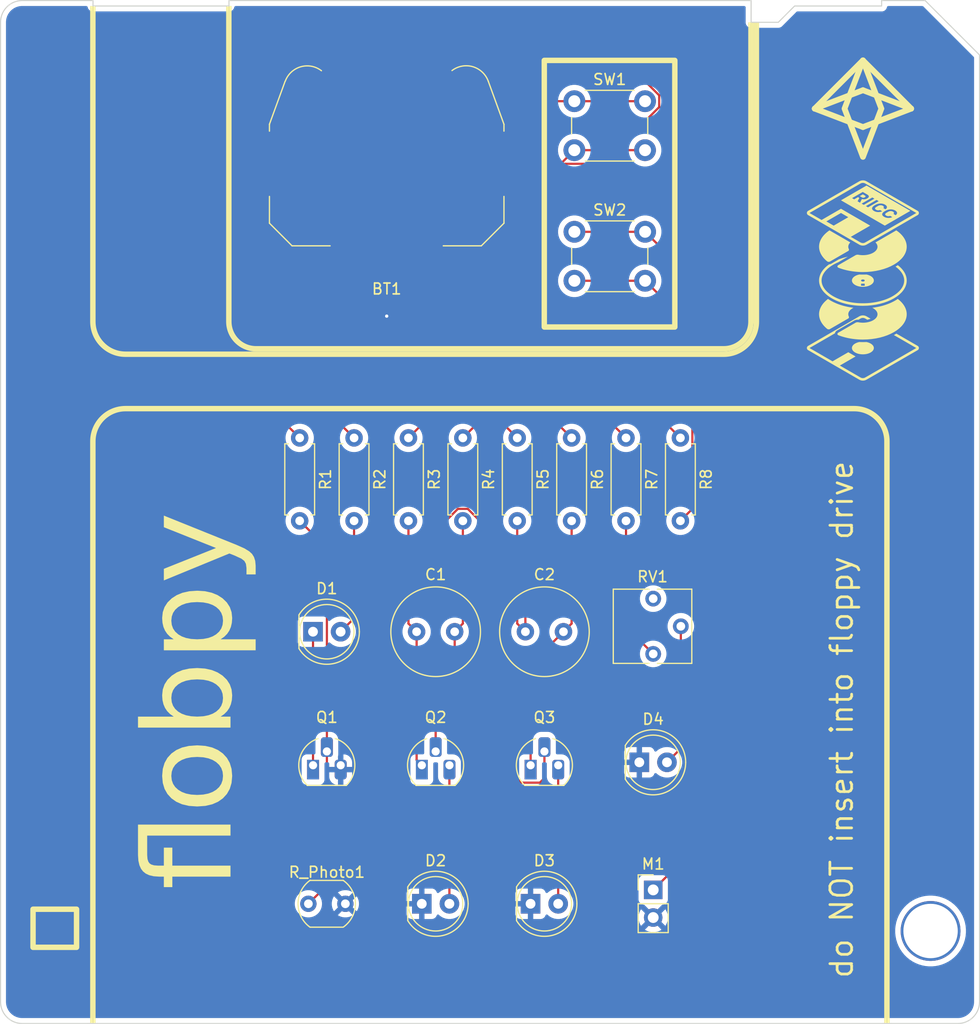
<source format=kicad_pcb>
(kicad_pcb (version 20241229) (generator "pcbnew") (generator_version "9.0")
  (title_block (title "Solder Flobpy") (date "2025-05-31") (rev "1") (company "Frosetrain"))
  (layers (0 "F.Cu" signal) (2 "B.Cu" signal) (13 "F.Paste" user) (15 "B.Paste" user) (5 "F.SilkS" user "F.Silkscreen") (7 "B.SilkS" user "B.Silkscreen") (1 "F.Mask" user) (3 "B.Mask" user) (25 "Edge.Cuts" user))
  (net 0 "")
  (net 1 "Net-(BT1-+)")
  (net 2 "Net-(Q3-B)")
  (net 3 "Net-(Q2-C)")
  (net 4 "Net-(Q3-C)")
  (net 5 "Net-(Q2-B)")
  (net 6 "Net-(D1-K)")
  (net 7 "Net-(D1-A)")
  (net 8 "Net-(D2-A)")
  (net 9 "Net-(D3-A)")
  (net 10 "Net-(D4-A)")
  (net 11 "Net-(M1-+)")
  (net 12 "Net-(Q1-B)")
  (net 13 "Net-(R3-Pad1)")
  (net 14 "Net-(R7-Pad2)")
  (net 15 "Net-(R8-Pad2)")
  (net 17 "/GND")
  (footprint "LED_THT:LED_D5.0mm" (layer "F.Cu") (at 158.725 120)
    (property "Reference" "D4")
    (property "Value" "LED")
  )
  (footprint "Resistor_THT:R_Axial_DIN0207_L6.3mm_D2.5mm_P7.62mm_Horizontal" (layer "F.Cu") (at 132.5 90.19 -90)
    (property "Reference" "R2")
    (property "Value" "220")
  )
  (footprint "Resistor_THT:R_Axial_DIN0207_L6.3mm_D2.5mm_P7.62mm_Horizontal" (layer "F.Cu") (at 152.5 90.19 -90)
    (property "Reference" "R6")
    (property "Value" "4.7k")
  )
  (footprint "Package_TO_SOT_THT:TO-92_HandSolder" (layer "F.Cu") (at 128.73 120.27)
    (property "Reference" "Q1")
    (property "Value" "NPN")
  )
  (footprint "Potentiometer_THT:Potentiometer_Vishay_T73YP_Vertical" (layer "F.Cu") (at 160 110.04)
    (property "Reference" "RV1")
    (property "Value" "R_Potentiometer")
  )
  (footprint "LED_THT:LED_D5.0mm" (layer "F.Cu") (at 128.725 108)
    (property "Reference" "D1")
    (property "Value" "LED")
  )
  (footprint "Resistor_THT:R_Axial_DIN0207_L6.3mm_D2.5mm_P7.62mm_Horizontal" (layer "F.Cu") (at 157.5 90.19 -90)
    (property "Reference" "R7")
    (property "Value" "220")
  )
  (footprint "Resistor_THT:R_Axial_DIN0207_L6.3mm_D2.5mm_P7.62mm_Horizontal" (layer "F.Cu") (at 162.5 90.19 -90)
    (property "Reference" "R8")
    (property "Value" "220")
  )
  (footprint "Resistor_THT:R_Axial_DIN0207_L6.3mm_D2.5mm_P7.62mm_Horizontal" (layer "F.Cu") (at 127.5 90.19 -90)
    (property "Reference" "R1")
    (property "Value" "47k")
  )
  (footprint "Resistor_THT:R_Axial_DIN0207_L6.3mm_D2.5mm_P7.62mm_Horizontal" (layer "F.Cu") (at 137.5 90.19 -90)
    (property "Reference" "R3")
    (property "Value" "4.7k")
  )
  (footprint "Connector_PinHeader_2.54mm:PinHeader_1x02_P2.54mm_Vertical" (layer "F.Cu") (at 160 131.725)
    (property "Reference" "M1")
    (property "Value" "Motor_DC")
  )
  (footprint "LED_THT:LED_D5.0mm" (layer "F.Cu") (at 148.725 133)
    (property "Reference" "D3")
    (property "Value" "LED")
  )
  (footprint "Resistor_THT:R_Axial_DIN0207_L6.3mm_D2.5mm_P7.62mm_Horizontal" (layer "F.Cu") (at 147.5 90.19 -90)
    (property "Reference" "R5")
    (property "Value" "47k")
  )
  (footprint "Resistor_THT:R_Axial_DIN0207_L6.3mm_D2.5mm_P7.62mm_Horizontal" (layer "F.Cu") (at 142.5 90.19 -90)
    (property "Reference" "R4")
    (property "Value" "47k")
  )
  (footprint "Package_TO_SOT_THT:TO-92_HandSolder" (layer "F.Cu") (at 148.73 120.27)
    (property "Reference" "Q3")
    (property "Value" "NPN")
  )
  (footprint "OptoDevice:R_LDR_5.1x4.3mm_P3.4mm_Vertical" (layer "F.Cu") (at 128.3 133)
    (property "Reference" "R_Photo1")
    (property "Value" "R_Photo")
  )
  (footprint "Button_Switch_THT:SW_PUSH_6mm" (layer "F.Cu") (at 152.75 59.25)
    (property "Reference" "SW1")
    (property "Value" "SW_Push")
  )
  (footprint "Battery:BatteryHolder_Keystone_3034_1x20mm" (layer "F.Cu") (at 135.5 65 180)
    (property "Reference" "BT1")
    (property "Value" "Battery_Cell")
  )
  (footprint "LED_THT:LED_D5.0mm" (layer "F.Cu") (at 138.725 133)
    (property "Reference" "D2")
    (property "Value" "LED")
  )
  (footprint "Capacitor_THT:C_Radial_D8.0mm_H7.0mm_P3.50mm" (layer "F.Cu") (at 138.25 108)
    (property "Reference" "C1")
    (property "Value" "C")
  )
  (footprint "Button_Switch_THT:SW_PUSH_6mm" (layer "F.Cu") (at 152.756667 71.25)
    (property "Reference" "SW2")
    (property "Value" "SW_Push")
  )
  (footprint "Package_TO_SOT_THT:TO-92_HandSolder" (layer "F.Cu") (at 138.73 120.27)
    (property "Reference" "Q2")
    (property "Value" "NPN")
  )
  (footprint "Capacitor_THT:C_Radial_D8.0mm_H7.0mm_P3.50mm" (layer "F.Cu") (at 148.25 108)
    (property "Reference" "C2")
    (property "Value" "C")
  )
  (gr_poly (pts (xy 178.953175 75.174024) (xy 179.008669 75.176351) (xy 179.064172 75.178259) (xy 179.119677 75.179755) (xy 179.175177 75.180845) (xy 179.282006 75.181577) (xy 179.388874 75.180774) (xy 179.495755 75.178418) (xy 179.602624 75.174495) (xy 179.64044 75.182448) (xy 179.677447 75.191205) (xy 179.713619 75.200745) (xy 179.748931 75.211047) (xy 179.783356 75.222091) (xy 179.81687 75.233856) (xy 179.849446 75.246321) (xy 179.881059 75.259465) (xy 179.911683 75.273268) (xy 179.941293 75.287709) (xy 179.969863 75.302767) (xy 179.997367 75.318421) (xy 180.023779 75.334651) (xy 180.049074 75.351436) (xy 180.073226 75.368756) (xy 180.09621 75.386589) (xy 180.118 75.404915) (xy 180.13857 75.423713) (xy 180.157895 75.442962) (xy 180.175948 75.462642) (xy 180.192705 75.482731) (xy 180.208139 75.50321) (xy 180.222225 75.524058) (xy 180.234937 75.545253) (xy 180.24625 75.566775) (xy 180.256138 75.588603) (xy 180.264575 75.610716) (xy 180.271535 75.633095) (xy 180.276994 75.655717) (xy 180.280924 75.678563) (xy 180.283301 75.701612) (xy 180.2841 75.724842) (xy 180.28279 75.754774) (xy 180.2789 75.784313) (xy 180.272495 75.813422) (xy 180.263636 75.842066) (xy 180.252388 75.870207) (xy 180.238813 75.897809) (xy 180.222975 75.924835) (xy 180.204938 75.951249) (xy 180.184764 75.977015) (xy 180.162516 76.002095) (xy 180.112056 76.050053) (xy 180.054062 76.094832) (xy 179.989042 76.136138) (xy 179.917501 76.17368) (xy 179.839947 76.207166) (xy 179.756885 76.236302) (xy 179.668822 76.260796) (xy 179.576265 76.280357) (xy 179.47972 76.294692) (xy 179.379693 76.303507) (xy 179.27669 76.306512) (xy 179.226732 76.305799) (xy 179.177112 76.303668) (xy 179.127914 76.300141) (xy 179.07922 76.295237) (xy 179.031113 76.288975) (xy 178.983675 76.281376) (xy 178.936989 76.272458) (xy 178.891138 76.262243) (xy 178.846204 76.250749) (xy 178.802269 76.237997) (xy 178.759417 76.224006) (xy 178.719847 76.209568) (xy 179.10872 76.209568) (xy 179.444565 76.209568) (xy 179.444565 76.015677) (xy 179.10872 76.015677) (xy 179.10872 76.209568) (xy 178.719847 76.209568) (xy 178.717729 76.208795) (xy 178.677289 76.192385) (xy 178.638179 76.174796) (xy 178.600481 76.156047) (xy 178.564279 76.136157) (xy 178.529828 76.115257) (xy 178.497351 76.093493) (xy 178.466884 76.070914) (xy 178.438459 76.047566) (xy 178.412112 76.023499) (xy 178.387877 75.998758) (xy 178.365787 75.973393) (xy 178.345878 75.94745) (xy 178.328182 75.920977) (xy 178.312735 75.894023) (xy 178.299571 75.866634) (xy 178.288723 75.838858) (xy 178.280227 75.810743) (xy 178.274116 75.782337) (xy 178.271965 75.76804) (xy 178.270424 75.753688) (xy 178.269496 75.739286) (xy 178.269186 75.724842) (xy 179.10872 75.724842) (xy 179.108772 75.72725) (xy 179.108926 75.72965) (xy 179.109183 75.732042) (xy 179.109541 75.734425) (xy 179.110001 75.736798) (xy 179.11056 75.73916) (xy 179.111976 75.743846) (xy 179.113784 75.748476) (xy 179.115979 75.753041) (xy 179.118554 75.757534) (xy 179.121503 75.761947) (xy 179.124822 75.766271) (xy 179.128505 75.770499) (xy 179.132545 75.774623) (xy 179.136937 75.778634) (xy 179.141675 75.782526) (xy 179.146754 75.786289) (xy 179.152168 75.789917) (xy 179.157911 75.7934) (xy 179.163946 75.796716) (xy 179.17023 75.799841) (xy 179.17675 75.802772) (xy 179.183492 75.805507) (xy 179.190441 75.808042) (xy 179.197584 75.810374) (xy 179.204908 75.812499) (xy 179.212398 75.814414) (xy 179.220041 75.816116) (xy 179.227824 75.817602) (xy 179.235731 75.818868) (xy 179.24375 75.819911) (xy 179.251866 75.820728) (xy 179.260067 75.821315) (xy 179.268337 75.82167) (xy 179.276664 75.821788) (xy 179.285305 75.821661) (xy 179.293831 75.821287) (xy 179.302234 75.82067) (xy 179.310502 75.819817) (xy 179.318626 75.818734) (xy 179.326593 75.817428) (xy 179.334395 75.815904) (xy 179.342019 75.814168) (xy 179.349457 75.812226) (xy 179.356696 75.810085) (xy 179.363727 75.807751) (xy 179.37054 75.805229) (xy 179.377122 75.802526) (xy 179.383465 75.799648) (xy 179.389557 75.796601) (xy 179.395388 75.793391) (xy 179.400948 75.790024) (xy 179.406225 75.786507) (xy 179.411209 75.782844) (xy 179.41589 75.779044) (xy 179.420257 75.77511) (xy 179.4243 75.771051) (xy 179.428008 75.766871) (xy 179.43137 75.762576) (xy 179.434376 75.758174) (xy 179.437016 75.75367) (xy 179.439279 75.749069) (xy 179.441153 75.744379) (xy 179.44263 75.739605) (xy 179.443698 75.734754) (xy 179.444346 75.729831) (xy 179.444564 75.724842) (xy 179.444346 75.719853) (xy 179.443698 75.714931) (xy 179.44263 75.710079) (xy 179.441154 75.705305) (xy 179.43928 75.700615) (xy 179.437017 75.696015) (xy 179.434378 75.691511) (xy 179.431372 75.687109) (xy 179.42801 75.682815) (xy 179.424302 75.678635) (xy 179.415892 75.670642) (xy 179.406227 75.663179) (xy 179.395391 75.656295) (xy 179.383468 75.650038) (xy 179.370543 75.644457) (xy 179.3567 75.639601) (xy 179.342023 75.635518) (xy 179.326597 75.632258) (xy 179.310506 75.629868) (xy 179.293835 75.628398) (xy 179.27667 75.627897) (xy 179.268345 75.628015) (xy 179.260074 75.628369) (xy 179.251873 75.628956) (xy 179.243756 75.629773) (xy 179.235737 75.630816) (xy 179.227829 75.632082) (xy 179.220047 75.633567) (xy 179.212403 75.635269) (xy 179.204913 75.637184) (xy 179.197589 75.639309) (xy 179.190445 75.641641) (xy 179.183495 75.644176) (xy 179.176754 75.64691) (xy 179.170234 75.649842) (xy 179.163949 75.652967) (xy 179.157914 75.656282) (xy 179.152171 75.659766) (xy 179.146757 75.663393) (xy 179.141678 75.667157) (xy 179.136939 75.671048) (xy 179.132547 75.67506) (xy 179.128507 75.679184) (xy 179.124824 75.683412) (xy 179.121505 75.687736) (xy 179.118555 75.692149) (xy 179.11598 75.696642) (xy 179.113785 75.701207) (xy 179.111977 75.705837) (xy 179.110561 75.710523) (xy 179.109542 75.715258) (xy 179.109183 75.717641) (xy 179.108926 75.720034) (xy 179.108772 75.722434) (xy 179.10872 75.724842) (xy 178.269186 75.724842) (xy 178.26999 75.701559) (xy 178.27238 75.67846) (xy 178.27633 75.655564) (xy 178.281815 75.632894) (xy 178.288807 75.610469) (xy 178.297282 75.588311) (xy 178.307213 75.56644) (xy 178.318575 75.544877) (xy 178.345488 75.50276) (xy 178.377812 75.462126) (xy 178.415341 75.423141) (xy 178.457868 75.385973) (xy 178.505186 75.350789) (xy 178.557089 75.317753) (xy 178.613368 75.287035) (xy 178.673817 75.258799) (xy 178.738229 75.233214) (xy 178.806397 75.210445) (xy 178.878115 75.190659) (xy 178.953174 75.174023)) (fill yes) (layer "F.SilkS"))
  (gr_poly (pts (xy 161.999981 55.250327) (xy 162.012676 55.251295) (xy 162.025186 55.252887) (xy 162.037497 55.255088) (xy 162.049591 55.257881) (xy 162.061454 55.261252) (xy 162.073069 55.265184) (xy 162.084421 55.269662) (xy 162.095495 55.274669) (xy 162.106273 55.280191) (xy 162.116742 55.286212) (xy 162.126885 55.292716) (xy 162.136686 55.299686) (xy 162.146129 55.307109) (xy 162.1552 55.314967) (xy 162.163882 55.323244) (xy 162.172159 55.331927) (xy 162.180016 55.340998) (xy 162.187438 55.350442) (xy 162.194407 55.360243) (xy 162.20091 55.370385) (xy 162.206929 55.380854) (xy 162.21245 55.391632) (xy 162.217456 55.402705) (xy 162.221932 55.414056) (xy 162.225862 55.425671) (xy 162.229231 55.437532) (xy 162.232022 55.449626) (xy 162.234221 55.461935) (xy 162.235811 55.474444) (xy 162.236776 55.487137) (xy 162.237101 55.499999) (xy 162.237101 79.999998) (xy 162.236775 80.012862) (xy 162.235808 80.025558) (xy 162.234217 80.038069) (xy 162.232017 80.050379) (xy 162.229225 80.062474) (xy 162.225855 80.074337) (xy 162.221924 80.085952) (xy 162.217447 80.097305) (xy 162.21244 80.108378) (xy 162.206919 80.119157) (xy 162.200899 80.129626) (xy 162.194396 80.139769) (xy 162.187426 80.14957) (xy 162.180004 80.159014) (xy 162.172146 80.168085) (xy 162.163869 80.176767) (xy 162.155186 80.185045) (xy 162.146115 80.192903) (xy 162.136672 80.200324) (xy 162.12687 80.207294) (xy 162.116727 80.213797) (xy 162.106259 80.219817) (xy 162.09548 80.225338) (xy 162.084406 80.230345) (xy 162.073054 80.234822) (xy 162.061439 80.238753) (xy 162.049576 80.242122) (xy 162.037482 80.244915) (xy 162.025171 80.247114) (xy 162.01266 80.248705) (xy 161.999965 80.249671) (xy 161.987101 80.249998) (xy 149.987086 80.249998) (xy 149.974222 80.24967) (xy 149.961527 80.248702) (xy 149.949016 80.24711) (xy 149.936706 80.24491) (xy 149.924611 80.242116) (xy 149.912749 80.238746) (xy 149.901133 80.234814) (xy 149.889781 80.230336) (xy 149.878708 80.225328) (xy 149.867929 80.219806) (xy 149.85746 80.213786) (xy 149.847318 80.207282) (xy 149.837517 80.200311) (xy 149.828073 80.192889) (xy 149.819002 80.185031) (xy 149.81032 80.176753) (xy 149.802043 80.168071) (xy 149.794186 80.159) (xy 149.786765 80.149556) (xy 149.779795 80.139755) (xy 149.773293 80.129612) (xy 149.767273 80.119144) (xy 149.761753 80.108365) (xy 149.756746 80.097293) (xy 149.75227 80.085941) (xy 149.74834 80.074327) (xy 149.744971 80.062465) (xy 149.74218 80.050372) (xy 149.739982 80.038063) (xy 149.738392 80.025554) (xy 149.737426 80.01286) (xy 149.737101 79.999998) (xy 149.737101 79.749998) (xy 150.237101 79.749998) (xy 161.737101 79.749998) (xy 161.737101 55.749999) (xy 150.237101 55.749999) (xy 150.237101 79.749998) (xy 149.737101 79.749998) (xy 149.737101 55.499999) (xy 149.737428 55.487135) (xy 149.738395 55.474439) (xy 149.739986 55.461928) (xy 149.742185 55.449618) (xy 149.744978 55.437523) (xy 149.748347 55.42566) (xy 149.752278 55.414045) (xy 149.756755 55.402692) (xy 149.761762 55.391619) (xy 149.767284 55.38084) (xy 149.773304 55.370371) (xy 149.779807 55.360228) (xy 149.786777 55.350427) (xy 149.794199 55.340983) (xy 149.802056 55.331912) (xy 149.810334 55.32323) (xy 149.819016 55.314952) (xy 149.828087 55.307095) (xy 149.837531 55.299673) (xy 149.847332 55.292703) (xy 149.857475 55.2862) (xy 149.867944 55.28018) (xy 149.878723 55.274659) (xy 149.889796 55.269652) (xy 149.901148 55.265175) (xy 149.912764 55.261244) (xy 149.924626 55.257875) (xy 149.936721 55.255083) (xy 149.949031 55.252883) (xy 149.961542 55.251292) (xy 149.974237 55.250326) (xy 149.987101 55.249999) (xy 161.987116 55.249999)) (fill yes) (layer "F.SilkS"))
  (gr_poly (pts (xy 182.578666 77.492968) (xy 182.667848 77.569596) (xy 182.751835 77.648336) (xy 182.830486 77.729108) (xy 182.903659 77.811829) (xy 182.971213 77.896417) (xy 183.033005 77.982792) (xy 183.088894 78.07087) (xy 183.138739 78.160571) (xy 183.182397 78.251812) (xy 183.219728 78.344512) (xy 183.250588 78.438589) (xy 183.274838 78.533961) (xy 183.292334 78.630546) (xy 183.302936 78.728262) (xy 183.306501 78.827029) (xy 183.301257 78.946757) (xy 183.285695 79.064914) (xy 183.260067 79.181353) (xy 183.224628 79.295928) (xy 183.179629 79.408492) (xy 183.125324 79.5189) (xy 183.061967 79.627005) (xy 182.989811 79.732662) (xy 182.909109 79.835723) (xy 182.820113 79.936043) (xy 182.618257 80.127874) (xy 182.386268 80.306987) (xy 182.126171 80.47221) (xy 181.839993 80.622375) (xy 181.529758 80.756312) (xy 181.197494 80.872851) (xy 180.845225 80.970824) (xy 180.474977 81.049061) (xy 180.088776 81.106391) (xy 179.688647 81.141646) (xy 179.276617 81.153657) (xy 179.127807 81.151967) (xy 178.979621 81.147125) (xy 178.832199 81.139157) (xy 178.685681 81.128093) (xy 178.540208 81.113961) (xy 178.39592 81.096788) (xy 178.252958 81.076604) (xy 178.111462 81.053436) (xy 177.971574 81.027312) (xy 177.833433 80.998261) (xy 177.69718 80.966312) (xy 177.562956 80.931491) (xy 177.4309 80.893829) (xy 177.301155 80.853352) (xy 177.17386 80.810089) (xy 177.049156 80.764068) (xy 177.035728 80.758573) (xy 177.023133 80.752737) (xy 177.011373 80.746578) (xy 177.000446 80.740116) (xy 176.990353 80.733367) (xy 176.981093 80.726351) (xy 176.972667 80.719086) (xy 176.965075 80.71159) (xy 176.958317 80.703882) (xy 176.952392 80.69598) (xy 176.947302 80.687902) (xy 176.943045 80.679666) (xy 176.939623 80.671292) (xy 176.937034 80.662797) (xy 176.935279 80.6542) (xy 176.934358 80.645519) (xy 176.934272 80.636772) (xy 176.935019 80.627978) (xy 176.936601 80.619155) (xy 176.939017 80.610322) (xy 176.942267 80.601496) (xy 176.946351 80.592697) (xy 176.95127 80.583942) (xy 176.957023 80.57525) (xy 176.96361 80.566639) (xy 176.971031 80.558128) (xy 176.979287 80.549735) (xy 176.988378 80.541478) (xy 176.998303 80.533376) (xy 177.009062 80.525447) (xy 177.020656 80.517709) (xy 177.033084 80.510181) (xy 178.604978 79.602537) (xy 178.617993 79.595609) (xy 178.631998 79.589243) (xy 178.646867 79.583445) (xy 178.662473 79.578225) (xy 178.678689 79.573591) (xy 178.695389 79.56955) (xy 178.712447 79.566112) (xy 178.729735 79.563284) (xy 178.747129 79.561075) (xy 178.7645 79.559492) (xy 178.781724 79.558545) (xy 178.798672 79.558241) (xy 178.815219 79.558589) (xy 178.831239 79.559597) (xy 178.846605 79.561273) (xy 178.86119 79.563625) (xy 178.911648 79.572596) (xy 178.962646 79.58041) (xy 179.014124 79.587059) (xy 179.066022 79.592537) (xy 179.11828 79.596837) (xy 179.170838 79.59995) (xy 179.223637 79.60187) (xy 179.276617 79.602589) (xy 179.345741 79.601579) (xy 179.413958 79.598584) (xy 179.481183 79.593651) (xy 179.547332 79.58683) (xy 179.612321 79.57817) (xy 179.676064 79.567718) (xy 179.738478 79.555525) (xy 179.799479 79.541638) (xy 179.858981 79.526106) (xy 179.9169 79.508978) (xy 179.973152 79.490303) (xy 180.027653 79.47013) (xy 180.080318 79.448507) (xy 180.131063 79.425483) (xy 180.179803 79.401106) (xy 180.226455 79.375426) (xy 180.270932 79.348491) (xy 180.313152 79.32035) (xy 180.35303 79.291052) (xy 180.390481 79.260645) (xy 180.425421 79.229178) (xy 180.457766 79.196701) (xy 180.48743 79.16326) (xy 180.514331 79.128906) (xy 180.538383 79.093687) (xy 180.559501 79.057652) (xy 180.577603 79.020849) (xy 180.592602 78.983328) (xy 180.604415 78.945136) (xy 180.612958 78.906324) (xy 180.618145 78.866938) (xy 180.619893 78.827029) (xy 180.619346 78.804685) (xy 180.617715 78.782498) (xy 180.615016 78.760476) (xy 180.611262 78.738627) (xy 180.606468 78.716961) (xy 180.600649 78.695485) (xy 180.59382 78.674208) (xy 180.585995 78.653138) (xy 180.577189 78.632285) (xy 180.567417 78.611656) (xy 180.545033 78.571105) (xy 180.51896 78.531554) (xy 180.489316 78.49307) (xy 180.456218 78.455721) (xy 180.419784 78.419576) (xy 180.380131 78.384702) (xy 180.337377 78.351166) (xy 180.29164 78.319037) (xy 180.243036 78.288382) (xy 180.191683 78.25927) (xy 180.1377 78.231768) (xy 180.267939 78.214595) (xy 180.397808 78.194889) (xy 180.527255 78.172624) (xy 180.656229 78.147777) (xy 180.784679 78.120322) (xy 180.912554 78.090234) (xy 181.039801 78.057491) (xy 181.166371 78.022066) (xy 181.339932 77.968041) (xy 181.51193 77.908481) (xy 181.681887 77.843093) (xy 181.765952 77.808122) (xy 181.849328 77.771586) (xy 181.931957 77.733447) (xy 182.013779 77.693668) (xy 182.094734 77.652215) (xy 182.174764 77.609049) (xy 182.253807 77.564134) (xy 182.331806 77.517435) (xy 182.4087 77.468915) (xy 182.484431 77.418536) (xy 182.484431 77.418535)) (fill yes) (layer "F.SilkS"))
  (gr_poly (pts (xy 182.458621 71.194823) (xy 182.562006 71.274991) (xy 182.659479 71.357757) (xy 182.750859 71.443017) (xy 182.835967 71.530666) (xy 182.91462 71.6206) (xy 182.98664 71.712716) (xy 183.051845 71.806908) (xy 183.110056 71.903072) (xy 183.16109 72.001105) (xy 183.204768 72.100901) (xy 183.24091 72.202358) (xy 183.269334 72.305369) (xy 183.289861 72.409831) (xy 183.302309 72.515641) (xy 183.306499 72.622692) (xy 183.301255 72.742421) (xy 183.285693 72.860578) (xy 183.260066 72.977017) (xy 183.224628 73.091592) (xy 183.17963 73.204156) (xy 183.125327 73.314564) (xy 183.061972 73.422669) (xy 182.989817 73.528326) (xy 182.909117 73.631387) (xy 182.820124 73.731707) (xy 182.618272 73.923538) (xy 182.386287 74.10265) (xy 182.126196 74.267873) (xy 181.840022 74.418038) (xy 181.529793 74.551975) (xy 181.197533 74.668515) (xy 180.845268 74.766487) (xy 180.475024 74.844724) (xy 180.088825 74.902054) (xy 179.688698 74.93731) (xy 179.276668 74.94932) (xy 179.127859 74.947631) (xy 178.979673 74.942788) (xy 178.832251 74.934821) (xy 178.685733 74.923757) (xy 178.54026 74.909624) (xy 178.395972 74.892452) (xy 178.25301 74.872268) (xy 178.111515 74.8491) (xy 177.971626 74.822976) (xy 177.833485 74.793925) (xy 177.697232 74.761976) (xy 177.563008 74.727156) (xy 177.430953 74.689493) (xy 177.301207 74.649016) (xy 177.173912 74.605753) (xy 177.049208 74.559733) (xy 177.03578 74.554237) (xy 177.023185 74.548401) (xy 177.011424 74.542242) (xy 177.000496 74.535778) (xy 176.990401 74.529029) (xy 176.98114 74.522011) (xy 176.972713 74.514745) (xy 176.965119 74.507247) (xy 176.958359 74.499537) (xy 176.952432 74.491633) (xy 176.94734 74.483553) (xy 176.943081 74.475315) (xy 176.939656 74.466938) (xy 176.937065 74.458441) (xy 176.935307 74.449841) (xy 176.934384 74.441158) (xy 176.934295 74.432409) (xy 176.935041 74.423612) (xy 176.93662 74.414787) (xy 176.939033 74.405951) (xy 176.942281 74.397123) (xy 176.946363 74.388322) (xy 176.95128 74.379565) (xy 176.957031 74.370871) (xy 176.963616 74.362259) (xy 176.971036 74.353746) (xy 176.979291 74.345352) (xy 176.98838 74.337094) (xy 176.998304 74.328991) (xy 177.009063 74.321061) (xy 177.020656 74.313323) (xy 177.033085 74.305794) (xy 178.60503 73.398202) (xy 178.618045 73.391274) (xy 178.632049 73.384906) (xy 178.646915 73.379106) (xy 178.662517 73.373883) (xy 178.67873 73.369244) (xy 178.695425 73.365199) (xy 178.712478 73.361756) (xy 178.729762 73.358923) (xy 178.747151 73.356709) (xy 178.764518 73.355122) (xy 178.781737 73.35417) (xy 178.798681 73.353862) (xy 178.815225 73.354207) (xy 178.831242 73.355212) (xy 178.846606 73.356886) (xy 178.86119 73.359238) (xy 178.91165 73.368208) (xy 178.962654 73.376022) (xy 179.014141 73.382672) (xy 179.066048 73.38815) (xy 179.118316 73.392449) (xy 179.170883 73.395563) (xy 179.223687 73.397482) (xy 179.276668 73.398202) (xy 179.345793 73.397192) (xy 179.41401 73.394197) (xy 179.481234 73.389265) (xy 179.547382 73.382445) (xy 179.61237 73.373786) (xy 179.676112 73.363336) (xy 179.738525 73.351144) (xy 179.799523 73.337259) (xy 179.859023 73.321729) (xy 179.916941 73.304603) (xy 179.973191 73.28593) (xy 180.02769 73.265759) (xy 180.080353 73.244138) (xy 180.131095 73.221116) (xy 180.179833 73.196742) (xy 180.226482 73.171065) (xy 180.270958 73.144132) (xy 180.313175 73.115994) (xy 180.353051 73.086698) (xy 180.390499 73.056293) (xy 180.425437 73.024829) (xy 180.45778 72.992353) (xy 180.487443 72.958914) (xy 180.514341 72.924562) (xy 180.538391 72.889345) (xy 180.559508 72.853311) (xy 180.577608 72.81651) (xy 180.592607 72.77899) (xy 180.604419 72.740799) (xy 180.61296 72.701987) (xy 180.618147 72.662602) (xy 180.619895 72.622693) (xy 180.619089 72.595571) (xy 180.616689 72.568682) (xy 180.61272 72.542042) (xy 180.60721 72.515667) (xy 180.600184 72.489571) (xy 180.591669 72.463769) (xy 180.581691 72.438278) (xy 180.570277 72.413111) (xy 180.557452 72.388285) (xy 180.543243 72.363814) (xy 180.527676 72.339713) (xy 180.510778 72.315998) (xy 180.492575 72.292685) (xy 180.473093 72.269787) (xy 180.452358 72.247321) (xy 180.430397 72.225301) (xy 180.965092 71.916535) (xy 182.349504 71.117359) (xy 182.349504 71.117358)) (fill yes) (layer "F.SilkS"))
  (gr_poly (pts (xy 177.895357 73.539188) (xy 177.895356 73.539188) (xy 177.449292 73.796626) (xy 177.00399 74.055331) (xy 176.935344 74.08472) (xy 176.867223 74.115286) (xy 176.799656 74.147053) (xy 176.732672 74.180045) (xy 176.6663 74.214285) (xy 176.60057 74.249795) (xy 176.535512 74.2866) (xy 176.471154 74.324721) (xy 176.411723 74.362074) (xy 176.352914 74.400701) (xy 176.29485 74.440638) (xy 176.237651 74.481916) (xy 176.181438 74.524569) (xy 176.126333 74.568631) (xy 176.072458 74.614135) (xy 176.019932 74.661115) (xy 175.968878 74.709603) (xy 175.919417 74.759634) (xy 175.871669 74.811241) (xy 175.825757 74.864457) (xy 175.781801 74.919315) (xy 175.739922 74.97585) (xy 175.700242 75.034094) (xy 175.662882 75.09408) (xy 175.638797 75.135943) (xy 175.616188 75.178689) (xy 175.595111 75.222254) (xy 175.575622 75.266573) (xy 175.557778 75.311583) (xy 175.541636 75.357219) (xy 175.527252 75.403418) (xy 175.514682 75.450115) (xy 175.503982 75.497246) (xy 175.49521 75.544747) (xy 175.488421 75.592554) (xy 175.483672 75.640602) (xy 175.481019 75.688829) (xy 175.480518 75.737168) (xy 175.482227 75.785557) (xy 175.486201 75.833932) (xy 175.492971 75.890436) (xy 175.502603 75.946296) (xy 175.514978 76.00147) (xy 175.529976 76.055918) (xy 175.547475 76.109596) (xy 175.567355 76.162464) (xy 175.589497 76.21448) (xy 175.61378 76.265602) (xy 175.640083 76.315788) (xy 175.668286 76.364997) (xy 175.69827 76.413188) (xy 175.729913 76.460317) (xy 175.763095 76.506345) (xy 175.797696 76.551228) (xy 175.833596 76.594926) (xy 175.870673 76.637397) (xy 175.921121 76.691518) (xy 175.973213 76.743899) (xy 176.026866 76.79458) (xy 176.081996 76.843599) (xy 176.13852 76.890997) (xy 176.196353 76.936811) (xy 176.255413 76.981081) (xy 176.315614 77.023846) (xy 176.376874 77.065146) (xy 176.439109 77.105018) (xy 176.502234 77.143503) (xy 176.566166 77.180639) (xy 176.630822 77.216465) (xy 176.696116 77.25102) (xy 176.828289 77.316476) (xy 176.904318 77.351287) (xy 176.980994 77.384632) (xy 177.058278 77.416543) (xy 177.136129 77.447053) (xy 177.214506 77.476195) (xy 177.293368 77.504001) (xy 177.372675 77.530505) (xy 177.452386 77.555738) (xy 177.515173 77.574497) (xy 177.661142 77.615002) (xy 177.808051 77.651692) (xy 177.95581 77.684611) (xy 178.104332 77.713798) (xy 178.253529 77.739295) (xy 178.403312 77.761142) (xy 178.553594 77.779381) (xy 178.704286 77.794052) (xy 178.855301 77.805197) (xy 179.006551 77.812857) (xy 179.157947 77.817073) (xy 179.309402 77.817885) (xy 179.460827 77.815335) (xy 179.612134 77.809463) (xy 179.763236 77.800311) (xy 179.914044 77.78792) (xy 179.979156 77.781306) (xy 180.200701 77.75395) (xy 180.421346 77.718934) (xy 180.640613 77.675904) (xy 180.858022 77.624506) (xy 180.965881 77.595558) (xy 181.073096 77.564386) (xy 181.179607 77.530944) (xy 181.285355 77.49519) (xy 181.39028 77.457078) (xy 181.494322 77.416564) (xy 181.597421 77.373604) (xy 181.699517 77.328155) (xy 181.769058 77.295094) (xy 181.838099 77.260727) (xy 181.906545 77.225012) (xy 181.974302 77.187906) (xy 182.041276 77.149366) (xy 182.107373 77.109351) (xy 182.172499 77.067816) (xy 182.236558 77.02472) (xy 182.299458 76.98002) (xy 182.361103 76.933674) (xy 182.421399 76.885639) (xy 182.480253 76.835872) (xy 182.537569 76.784331) (xy 182.593254 76.730973) (xy 182.647213 76.675757) (xy 182.699352 76.618638) (xy 182.735189 76.57643) (xy 182.769855 76.53305) (xy 182.803235 76.488538) (xy 182.835215 76.442937) (xy 182.865682 76.396285) (xy 182.894521 76.348624) (xy 182.921619 76.299994) (xy 182.946862 76.250437) (xy 182.970135 76.199992) (xy 182.991324 76.148701) (xy 183.010316 76.096604) (xy 183.026996 76.043742) (xy 183.041251 75.990155) (xy 183.052966 75.935885) (xy 183.062028 75.880972) (xy 183.068322 75.825456) (xy 183.071646 75.781611) (xy 183.073136 75.737742) (xy 183.072828 75.693899) (xy 183.070759 75.650134) (xy 183.066969 75.606497) (xy 183.061493 75.56304) (xy 183.05437 75.519813) (xy 183.045638 75.476868) (xy 183.035333 75.434254) (xy 183.023494 75.392023) (xy 183.010158 75.350226) (xy 182.995362 75.308914) (xy 182.979144 75.268137) (xy 182.961542 75.227947) (xy 182.942594 75.188394) (xy 182.922336 75.149529) (xy 182.892779 75.097008) (xy 182.861352 75.045742) (xy 182.828143 74.995715) (xy 182.793238 74.946912) (xy 182.756724 74.899315) (xy 182.718688 74.85291) (xy 182.679216 74.80768) (xy 182.638396 74.763609) (xy 182.596313 74.720682) (xy 182.553056 74.678882) (xy 182.50871 74.638193) (xy 182.463363 74.5986) (xy 182.417101 74.560087) (xy 182.370011 74.522637) (xy 182.322179 74.486234) (xy 182.273694 74.450864) (xy 182.327291 74.418643) (xy 182.380347 74.385554) (xy 182.432831 74.351589) (xy 182.484712 74.316741) (xy 182.581799 74.39369) (xy 182.673091 74.47263) (xy 182.758523 74.553451) (xy 182.838031 74.636041) (xy 182.911551 74.720291) (xy 182.979017 74.80609) (xy 183.040365 74.893326) (xy 183.09553 74.981888) (xy 183.144447 75.071666) (xy 183.187052 75.162549) (xy 183.22328 75.254426) (xy 183.253066 75.347186) (xy 183.276346 75.440719) (xy 183.293054 75.534913) (xy 183.303127 75.629657) (xy 183.306499 75.724842) (xy 183.301255 75.84457) (xy 183.285693 75.962726) (xy 183.260066 76.079164) (xy 183.224626 76.193738) (xy 183.179628 76.306302) (xy 183.125325 76.416709) (xy 183.061969 76.524814) (xy 182.989814 76.63047) (xy 182.909113 76.733531) (xy 182.820119 76.83385) (xy 182.618266 77.025681) (xy 182.38628 77.204792) (xy 182.126187 77.370015) (xy 181.840013 77.52018) (xy 181.529783 77.654117) (xy 181.197523 77.770657) (xy 180.845258 77.868631) (xy 180.475014 77.946869) (xy 180.088817 78.004201) (xy 179.688692 78.039458) (xy 179.276664 78.05147) (xy 179.06929 78.048442) (xy 178.864637 78.039457) (xy 178.662961 78.024661) (xy 178.464513 78.0042) (xy 178.269547 77.97822) (xy 178.078316 77.946868) (xy 177.891074 77.910289) (xy 177.708073 77.86863) (xy 177.529566 77.822037) (xy 177.355808 77.770656) (xy 177.187051 77.714634) (xy 177.023548 77.654116) (xy 176.865553 77.589249) (xy 176.713319 77.520179) (xy 176.567098 77.447052) (xy 176.427145 77.370014) (xy 176.293712 77.289211) (xy 176.167053 77.204791) (xy 176.04742 77.116898) (xy 175.935067 77.025679) (xy 175.830248 76.931281) (xy 175.733215 76.833849) (xy 175.644221 76.733529) (xy 175.56352 76.630469) (xy 175.491366 76.524813) (xy 175.42801 76.416708) (xy 175.373707 76.306301) (xy 175.328709 76.193738) (xy 175.29327 76.079164) (xy 175.267643 75.962726) (xy 175.252081 75.84457) (xy 175.246838 75.724842) (xy 175.247795 75.67408) (xy 175.250663 75.623435) (xy 175.255431 75.572922) (xy 175.262089 75.522559) (xy 175.28103 75.422347) (xy 175.307405 75.322933) (xy 175.341131 75.224448) (xy 175.382124 75.127025) (xy 175.430303 75.030797) (xy 175.485583 74.935898) (xy 175.547882 74.842459) (xy 175.617118 74.750613) (xy 175.693207 74.660494) (xy 175.776066 74.572234) (xy 175.865613 74.485965) (xy 175.961765 74.401821) (xy 176.064438 74.319934) (xy 176.173551 74.240436) (xy 176.188548 74.238988) (xy 176.203491 74.237086) (xy 176.218364 74.234733) (xy 176.233152 74.231929) (xy 176.247841 74.228673) (xy 176.262417 74.224966) (xy 176.276863 74.220808) (xy 176.291166 74.2162) (xy 176.307171 74.210775) (xy 176.322866 74.204709) (xy 176.338284 74.19807) (xy 176.353458 74.190924) (xy 176.368421 74.18334) (xy 176.383205 74.175385) (xy 176.412367 74.158633) (xy 176.469987 74.123655) (xy 176.498969 74.10651) (xy 176.513616 74.098261) (xy 176.528413 74.090317) (xy 177.068327 73.778657) (xy 177.166256 73.742773) (xy 177.265871 73.708552) (xy 177.367106 73.676013) (xy 177.469899 73.645173) (xy 177.574185 73.616052) (xy 177.679899 73.588669) (xy 177.786978 73.563041) (xy 177.895357 73.539188)) (fill yes) (layer "F.SilkS"))
  (gr_poly (pts (xy 178.951882 81.378605) (xy 178.951881 81.378605) (xy 178.951882 81.378605)) (fill yes) (layer "F.SilkS"))
  (gr_line (start 179.283398 61.626538) (end 174.850194 59.933205) (stroke (width 0.529166)) (layer "F.SilkS"))
  (gr_poly (pts (xy 179.300288 78.931369) (xy 179.323729 78.932604) (xy 179.347078 78.934654) (xy 179.370313 78.937513) (xy 179.393414 78.941177) (xy 179.41636 78.94564) (xy 179.43913 78.950897) (xy 179.461704 78.956944) (xy 179.484059 78.963773) (xy 179.506177 78.971382) (xy 179.528036 78.979763) (xy 179.549614 78.988913) (xy 179.570892 78.998826) (xy 179.591849 79.009496) (xy 179.612464 79.02092) (xy 179.984585 79.23579) (xy 179.947854 79.250917) (xy 179.910759 79.265041) (xy 179.873321 79.278179) (xy 179.835565 79.29035) (xy 179.797513 79.301573) (xy 179.759189 79.311867) (xy 179.720615 79.321249) (xy 179.681813 79.329738) (xy 179.499344 79.224473) (xy 179.486574 79.217415) (xy 179.473603 79.210782) (xy 179.460445 79.20458) (xy 179.447111 79.19881) (xy 179.433614 79.193476) (xy 179.419966 79.188581) (xy 179.406178 79.184128) (xy 179.392264 79.180119) (xy 179.378236 79.176559) (xy 179.364105 79.173449) (xy 179.349884 79.170793) (xy 179.335585 79.168594) (xy 179.321221 79.166854) (xy 179.306804 79.165578) (xy 179.292345 79.164767) (xy 179.277858 79.164426) (xy 179.268189 79.164458) (xy 179.258517 79.1647) (xy 179.248844 79.165152) (xy 179.239174 79.165816) (xy 179.229511 79.166694) (xy 179.219859 79.167787) (xy 179.210222 79.169098) (xy 179.200602 79.170627) (xy 179.179201 79.175041) (xy 179.158252 79.180604) (xy 179.137714 79.18721) (xy 179.117548 79.194751) (xy 179.097713 79.203119) (xy 179.078168 79.212206) (xy 179.058873 79.221905) (xy 179.039787 79.232108) (xy 179.002081 79.253598) (xy 178.964725 79.275816) (xy 178.927395 79.297899) (xy 178.889768 79.318989) (xy 178.870441 79.330152) (xy 178.863981 79.329066) (xy 178.836713 79.326913) (xy 178.809351 79.325831) (xy 178.781947 79.325825) (xy 178.754551 79.326901) (xy 178.727214 79.329064) (xy 178.699988 79.332321) (xy 178.672922 79.336678) (xy 178.646069 79.342139) (xy 178.619479 79.348712) (xy 178.593203 79.356401) (xy 178.567291 79.365213) (xy 178.541796 79.375154) (xy 178.516767 79.38623) (xy 178.492255 79.398446) (xy 178.468312 79.411808) (xy 178.444989 79.426322) (xy 176.89268 80.323371) (xy 176.875759 80.334414) (xy 176.859303 80.346279) (xy 176.843365 80.358929) (xy 176.827997 80.372331) (xy 176.813251 80.38645) (xy 176.799179 80.401251) (xy 176.785834 80.4167) (xy 176.773269 80.432761) (xy 176.761534 80.449402) (xy 176.750683 80.466586) (xy 176.740768 80.484279) (xy 176.731841 80.502447) (xy 176.723954 80.521055) (xy 176.71716 80.540068) (xy 176.71151 80.559452) (xy 176.707058 80.579172) (xy 174.368751 81.929218) (xy 176.486864 83.152141) (xy 177.933391 82.316999) (xy 178.605029 82.704726) (xy 177.158503 83.539921) (xy 179.054407 84.634222) (xy 179.078954 84.647472) (xy 179.104288 84.659079) (xy 179.130301 84.669033) (xy 179.156886 84.677322) (xy 179.183935 84.683936) (xy 179.211338 84.688864) (xy 179.238988 84.692096) (xy 179.266777 84.69362) (xy 179.294596 84.693426) (xy 179.322338 84.691504) (xy 179.349894 84.687841) (xy 179.377156 84.682428) (xy 179.404015 84.675254) (xy 179.430365 84.666308) (xy 179.456095 84.655579) (xy 179.4811 84.643056) (xy 179.618864 84.565212) (xy 179.755994 84.486186) (xy 180.030058 84.327778) (xy 184.184533 81.929218) (xy 182.123988 80.739522) (xy 182.182992 80.707388) (xy 182.241445 80.674302) (xy 182.299319 80.640249) (xy 182.356583 80.605215) (xy 184.313984 81.735328) (xy 184.326657 81.743217) (xy 184.338683 81.75186) (xy 184.350038 81.761217) (xy 184.3607 81.771247) (xy 184.370644 81.781908) (xy 184.379847 81.79316) (xy 184.388285 81.804963) (xy 184.395935 81.817275) (xy 184.402773 81.830056) (xy 184.408775 81.843264) (xy 184.413919 81.85686) (xy 184.41818 81.870802) (xy 184.421536 81.88505) (xy 184.423962 81.899562) (xy 184.425435 81.914299) (xy 184.425931 81.929218) (xy 184.425806 81.936698) (xy 184.425435 81.944138) (xy 184.424819 81.951531) (xy 184.423962 81.958874) (xy 184.422866 81.966161) (xy 184.421536 81.973386) (xy 184.419973 81.980546) (xy 184.41818 81.987634) (xy 184.416162 81.994646) (xy 184.413919 82.001576) (xy 184.411456 82.00842) (xy 184.408775 82.015172) (xy 184.40588 82.021827) (xy 184.402773 82.028381) (xy 184.399456 82.034827) (xy 184.395935 82.041161) (xy 184.39221 82.047379) (xy 184.388285 82.053474) (xy 184.384163 82.059441) (xy 184.379847 82.065276) (xy 184.375339 82.070974) (xy 184.370644 82.076528) (xy 184.365763 82.081936) (xy 184.3607 82.08719) (xy 184.355457 82.092286) (xy 184.350038 82.097219) (xy 184.344446 82.101984) (xy 184.338683 82.106576) (xy 184.332752 82.110989) (xy 184.326657 82.115219) (xy 184.3204 82.119261) (xy 184.313984 82.123109) (xy 179.612463 84.837516) (xy 179.57296 84.858602) (xy 179.532469 84.876876) (xy 179.49113 84.892339) (xy 179.449085 84.904991) (xy 179.406476 84.914831) (xy 179.363442 84.92186) (xy 179.320126 84.926077) (xy 179.276669 84.927482) (xy 179.233212 84.926077) (xy 179.189896 84.92186) (xy 179.146863 84.914831) (xy 179.104253 84.904991) (xy 179.062208 84.892339) (xy 179.02087 84.876876) (xy 178.980378 84.858602) (xy 178.940876 84.837516) (xy 176.925908 83.674177) (xy 176.25427 83.286396) (xy 174.239353 82.123109) (xy 174.22668 82.115219) (xy 174.214654 82.106576) (xy 174.203299 82.097219) (xy 174.192637 82.087189) (xy 174.182693 82.076528) (xy 174.173491 82.065275) (xy 174.165052 82.053473) (xy 174.157403 82.041161) (xy 174.150565 82.02838) (xy 174.144562 82.015172) (xy 174.139418 82.001576) (xy 174.135156 81.987634) (xy 174.131801 81.973386) (xy 174.129375 81.958874) (xy 174.127902 81.944138) (xy 174.127406 81.929218) (xy 174.127531 81.921738) (xy 174.127902 81.914298) (xy 174.128518 81.906905) (xy 174.129375 81.899562) (xy 174.13047 81.892275) (xy 174.131801 81.885049) (xy 174.133364 81.87789) (xy 174.135156 81.870802) (xy 174.137175 81.86379) (xy 174.139418 81.85686) (xy 174.141881 81.850016) (xy 174.144562 81.843264) (xy 174.147457 81.836608) (xy 174.150565 81.830055) (xy 174.153881 81.823609) (xy 174.157403 81.817274) (xy 174.161128 81.811057) (xy 174.165052 81.804962) (xy 174.169174 81.798995) (xy 174.173491 81.79316) (xy 174.177998 81.787462) (xy 174.182693 81.781908) (xy 174.187574 81.776501) (xy 174.192637 81.771246) (xy 174.19788 81.76615) (xy 174.203299 81.761217) (xy 174.208891 81.756452) (xy 174.214654 81.75186) (xy 174.220585 81.747447) (xy 174.22668 81.743217) (xy 174.232938 81.739176) (xy 174.239353 81.735328) (xy 178.940875 79.02092) (xy 178.953669 79.013721) (xy 178.966607 79.006809) (xy 178.979683 79.000186) (xy 178.992892 78.993854) (xy 179.00623 78.987814) (xy 179.019692 78.982068) (xy 179.033273 78.976619) (xy 179.046968 78.971467) (xy 179.060771 78.966614) (xy 179.074679 78.962063) (xy 179.088686 78.957815) (xy 179.102787 78.953872) (xy 179.116977 78.950235) (xy 179.131252 78.946907) (xy 179.145606 78.943889) (xy 179.160035 78.941183) (xy 179.171597 78.939245) (xy 179.183189 78.93751) (xy 179.194807 78.935977) (xy 179.20645 78.934648) (xy 179.218114 78.933521) (xy 179.229796 78.932598) (xy 179.241495 78.931879) (xy 179.253207 78.931364) (xy 179.25321 78.931364) (xy 179.276775 78.930954)) (fill yes) (layer "F.SilkS"))
  (gr_poly (pts (xy 179.452834 67.915086) (xy 179.458085 67.918178) (xy 179.463138 67.921278) (xy 179.467993 67.924384) (xy 179.47265 67.927498) (xy 179.47711 67.930619) (xy 179.481371 67.933747) (xy 179.485435 67.936882) (xy 179.4893 67.940025) (xy 179.492968 67.943174) (xy 179.496437 67.946331) (xy 179.499708 67.949494) (xy 179.502781 67.952665) (xy 179.505655 67.955843) (xy 179.508331 67.959028) (xy 179.510809 67.96222) (xy 179.513088 67.965419) (xy 179.51516 67.96862) (xy 179.517015 67.971818) (xy 179.518652 67.975012) (xy 179.520073 67.978203) (xy 179.521277 67.981391) (xy 179.522264 67.984575) (xy 179.523035 67.987756) (xy 179.523588 67.990933) (xy 179.523925 67.994107) (xy 179.524046 67.997277) (xy 179.523949 68.000443) (xy 179.523637 68.003605) (xy 179.523107 68.006764) (xy 179.522361 68.009919) (xy 179.521399 68.01307) (xy 179.52022 68.016217) (xy 179.51897 68.019432) (xy 179.517497 68.022614) (xy 179.5158 68.025764) (xy 179.513879 68.028882) (xy 179.511735 68.031968) (xy 179.509368 68.035021) (xy 179.506777 68.038043) (xy 179.503962 68.041033) (xy 179.500924 68.043991) (xy 179.497663 68.046917) (xy 179.494178 68.049811) (xy 179.49047 68.052674) (xy 179.486538 68.055505) (xy 179.482383 68.058305) (xy 179.478004 68.061074) (xy 179.473402 68.063811) (xy 179.431647 68.087944) (xy 179.42691 68.090604) (xy 179.422127 68.093139) (xy 179.417299 68.095551) (xy 179.412425 68.097838) (xy 179.407505 68.100002) (xy 179.402539 68.102042) (xy 179.397527 68.103958) (xy 179.39247 68.105751) (xy 179.387367 68.107419) (xy 179.382218 68.108965) (xy 179.377023 68.110386) (xy 179.371782 68.111684) (xy 179.366495 68.112859) (xy 179.361162 68.11391) (xy 179.355784 68.114838) (xy 179.350359 68.115642) (xy 179.34521 68.116315) (xy 179.340025 68.11687) (xy 179.334803 68.117307) (xy 179.329545 68.117627) (xy 179.324251 68.117828) (xy 179.318919 68.117911) (xy 179.308147 68.117723) (xy 179.297229 68.117062) (xy 179.286164 68.115927) (xy 179.274953 68.114317) (xy 179.263595 68.112232) (xy 179.258045 68.11091) (xy 179.252488 68.109463) (xy 179.241356 68.106193) (xy 179.230199 68.102421) (xy 179.219016 68.098148) (xy 179.207809 68.093375) (xy 179.196577 68.088102) (xy 179.185321 68.08233) (xy 179.174039 68.076058) (xy 178.992138 67.971052) (xy 179.270984 67.81008)) (fill yes) (layer "F.SilkS"))
  (gr_poly (pts (xy 183.642347 69.326629) (xy 181.291585 70.683806) (xy 179.5 69.649433) (xy 181.050225 69.649433) (xy 181.050961 69.660684) (xy 181.052459 69.671913) (xy 181.054719 69.68312) (xy 181.05774 69.694305) (xy 181.061523 69.705468) (xy 181.066104 69.716588) (xy 181.07152 69.727644) (xy 181.077773 69.738636) (xy 181.084861 69.749564) (xy 181.092784 69.760428) (xy 181.101544 69.771228) (xy 181.111139 69.781964) (xy 181.12157 69.792635) (xy 181.132836 69.803243) (xy 181.144938 69.813786) (xy 181.157877 69.824264) (xy 181.17165 69.834679) (xy 181.18626 69.845028) (xy 181.201705 69.855314) (xy 181.217987 69.865534) (xy 181.235104 69.87569) (xy 181.255209 69.886861) (xy 181.275702 69.897379) (xy 181.296582 69.907245) (xy 181.317849 69.916459) (xy 181.339501 69.925021) (xy 181.36154 69.932931) (xy 181.383964 69.94019) (xy 181.406773 69.946797) (xy 181.430461 69.952722) (xy 181.454258 69.957982) (xy 181.478164 69.962577) (xy 181.502181 69.966507) (xy 181.526309 69.969772) (xy 181.550549 69.972372) (xy 181.574903 69.974308) (xy 181.599371 69.975581) (xy 181.624191 69.975986) (xy 181.648929 69.975711) (xy 181.673584 69.974755) (xy 181.698154 69.973119) (xy 181.72264 69.970802) (xy 181.747041 69.967804) (xy 181.771356 69.964126) (xy 181.795586 69.959768) (xy 181.819615 69.95471) (xy 181.843326 69.948934) (xy 181.86672 69.942439) (xy 181.889797 69.935227) (xy 181.912557 69.927297) (xy 181.935 69.91865) (xy 181.957126 69.909285) (xy 181.978934 69.899203) (xy 181.779204 69.783913) (xy 181.764245 69.789782) (xy 181.749118 69.795018) (xy 181.733824 69.799621) (xy 181.718361 69.803592) (xy 181.702729 69.806931) (xy 181.686929 69.809639) (xy 181.670959 69.811716) (xy 181.654819 69.813162) (xy 181.639277 69.814006) (xy 181.623831 69.814324) (xy 181.60848 69.814114) (xy 181.593225 69.813377) (xy 181.578067 69.812112) (xy 181.563006 69.81032) (xy 181.548041 69.808) (xy 181.533173 69.805152) (xy 181.518538 69.801805) (xy 181.511358 69.799956) (xy 181.50427 69.79799) (xy 181.497274 69.795907) (xy 181.490369 69.793707) (xy 181.483556 69.79139) (xy 181.476835 69.788956) (xy 181.470205 69.786404) (xy 181.463667 69.783735) (xy 181.45722 69.780949) (xy 181.450865 69.778045) (xy 181.444601 69.775025) (xy 181.438429 69.771886) (xy 181.432348 69.768631) (xy 181.426359 69.765258) (xy 181.420068 69.76156) (xy 181.413977 69.757843) (xy 181.408084 69.754108) (xy 181.402391 69.750354) (xy 181.396896 69.746583) (xy 181.391601 69.742792) (xy 181.386506 69.738983) (xy 181.381609 69.735156) (xy 181.376912 69.73131) (xy 181.372414 69.727446) (xy 181.368116 69.723562) (xy 181.364017 69.719661) (xy 181.360118 69.71574) (xy 181.356419 69.711801) (xy 181.352919 69.707843) (xy 181.349618 69.703866) (xy 181.346685 69.699779) (xy 181.343951 69.695685) (xy 181.341414 69.691584) (xy 181.339076 69.687475) (xy 181.336936 69.683359) (xy 181.334994 69.679237) (xy 181.33325 69.675107) (xy 181.331704 69.670969) (xy 181.330356 69.666825) (xy 181.329207 69.662674) (xy 181.328255 69.658515) (xy 181.327501 69.65435) (xy 181.326946 69.650177) (xy 181.326588 69.645997) (xy 181.326429 69.641811) (xy 181.326467 69.637617) (xy 181.326871 69.633324) (xy 181.327472 69.629036) (xy 181.328269 69.624752) (xy 181.329263 69.620473) (xy 181.330453 69.616198) (xy 181.331841 69.611927) (xy 181.333425 69.607661) (xy 181.335206 69.603398) (xy 181.337183 69.599141) (xy 181.339358 69.594887) (xy 181.341729 69.590638) (xy 181.344298 69.586393) (xy 181.347064 69.582152) (xy 181.350026 69.577916) (xy 181.353186 69.573683) (xy 181.356543 69.569455) (xy 181.360419 69.565223) (xy 181.364501 69.561) (xy 181.36879 69.556787) (xy 181.373286 69.552584) (xy 181.377987 69.54839) (xy 181.382895 69.544206) (xy 181.388009 69.540032) (xy 181.393329 69.535867) (xy 181.404588 69.527566) (xy 181.416671 69.519304) (xy 181.429577 69.511081) (xy 181.443307 69.502897) (xy 181.596838 69.41422) (xy 181.61413 69.404667) (xy 181.63166 69.395837) (xy 181.649429 69.38773) (xy 181.667437 69.380343) (xy 181.685682 69.373678) (xy 181.704164 69.367732) (xy 181.722884 69.362504) (xy 181.741842 69.357995) (xy 181.751551 69.355934) (xy 181.761265 69.354095) (xy 181.770985 69.352477) (xy 181.78071 69.351081) (xy 181.790441 69.349907) (xy 181.800178 69.348954) (xy 181.80992 69.348224) (xy 181.819667 69.347715) (xy 181.82942 69.347428) (xy 181.839179 69.347364) (xy 181.848944 69.347521) (xy 181.858714 69.347901) (xy 181.86849 69.348502) (xy 181.878272 69.349326) (xy 181.88806 69.350372) (xy 181.897854 69.35164) (xy 181.907795 69.353048) (xy 181.917689 69.354708) (xy 181.927537 69.356621) (xy 181.937337 69.358787) (xy 181.947091 69.361204) (xy 181.956797 69.363874) (xy 181.966457 69.366797) (xy 181.97607 69.369972) (xy 181.985635 69.373399) (xy 181.995154 69.377078) (xy 182.004626 69.38101) (xy 182.014051 69.385194) (xy 182.023429 69.38963) (xy 182.032759 69.394319) (xy 182.042043 69.39926) (xy 182.05128 69.404453) (xy 182.05698 69.407822) (xy 182.062487 69.411239) (xy 182.067802 69.414702) (xy 182.072926 69.418212) (xy 182.077857 69.421769) (xy 182.082595 69.425373) (xy 182.087142 69.429023) (xy 182.091496 69.432721) (xy 182.095657 69.436465) (xy 182.099626 69.440256) (xy 182.103402 69.444094) (xy 182.106985 69.447978) (xy 182.110376 69.45191) (xy 182.113574 69.455888) (xy 182.116579 69.459913) (xy 182.119391 69.463984) (xy 182.122136 69.46818) (xy 182.124641 69.472408) (xy 182.126906 69.476666) (xy 182.12893 69.480956) (xy 182.130714 69.485277) (xy 182.132258 69.489629) (xy 182.133562 69.494013) (xy 182.134625 69.498428) (xy 182.135448 69.502875) (xy 182.13603 69.507353) (xy 182.136372 69.511862) (xy 182.136474 69.516403) (xy 182.136336 69.520976) (xy 182.135957 69.525581) (xy 182.135339 69.530217) (xy 182.134479 69.534884) (xy 182.133531 69.539464) (xy 182.132308 69.544031) (xy 182.130809 69.548585) (xy 182.129036 69.553126) (xy 182.126988 69.557654) (xy 182.124665 69.562169) (xy 182.122067 69.566671) (xy 182.119194 69.57116) (xy 182.116046 69.575636) (xy 182.112623 69.5801) (xy 182.108926 69.584551) (xy 182.104954 69.588988) (xy 182.100707 69.593413) (xy 182.096185 69.597825) (xy 182.091388 69.602224) (xy 182.086317 69.606611) (xy 182.286047 69.721901) (xy 182.297717 69.713597) (xy 182.308842 69.705222) (xy 182.319422 69.696775) (xy 182.329457 69.688257) (xy 182.338947 69.679668) (xy 182.347892 69.671007) (xy 182.356292 69.662275) (xy 182.364148 69.653471) (xy 182.371458 69.644595) (xy 182.378224 69.635648) (xy 182.384445 69.62663) (xy 182.390121 69.61754) (xy 182.395253 69.608378) (xy 182.399841 69.599145) (xy 182.403884 69.589839) (xy 182.407382 69.580463) (xy 182.410649 69.571043) (xy 182.413362 69.561631) (xy 182.415521 69.552228) (xy 182.417126 69.542833) (xy 182.418178 69.533446) (xy 182.418677 69.524068) (xy 182.418622 69.514698) (xy 182.418013 69.505337) (xy 182.416851 69.495984) (xy 182.415135 69.48664) (xy 182.412867 69.477304) (xy 182.410044 69.467977) (xy 182.406669 69.458659) (xy 182.40274 69.449349) (xy 182.398258 69.440048) (xy 182.393223 69.430756) (xy 182.387794 69.421595) (xy 182.381832 69.412517) (xy 182.375339 69.403521) (xy 182.368314 69.394607) (xy 182.360757 69.385775) (xy 182.352668 69.377025) (xy 182.344047 69.368357) (xy 182.334895 69.35977) (xy 182.325211 69.351266) (xy 182.314995 69.342843) (xy 182.304247 69.334502) (xy 182.292968 69.326243) (xy 182.281157 69.318065) (xy 182.268814 69.309969) (xy 182.25594 69.301954) (xy 182.242535 69.29402) (xy 182.218235 69.280575) (xy 182.193483 69.268035) (xy 182.16828 69.256401) (xy 182.142623 69.245672) (xy 182.116514 69.235848) (xy 182.089952 69.226929) (xy 182.062937 69.218914) (xy 182.035467 69.211803) (xy 182.007658 69.205636) (xy 181.979624 69.200453) (xy 181.951365 69.196257) (xy 181.922882 69.193047) (xy 181.894173 69.190825) (xy 181.865238 69.189593) (xy 181.836079 69.18935) (xy 181.806695 69.190099) (xy 181.777086 69.191839) (xy 181.74725 69.194569) (xy 181.717189 69.198288) (xy 181.686902 69.202996) (xy 181.65639 69.208692) (xy 181.625654 69.215375) (xy 181.594693 69.223045) (xy 181.563507 69.231699) (xy 181.532825 69.241369) (xy 181.502104 69.252132) (xy 181.471345 69.263989) (xy 181.440547 69.27694) (xy 181.40971 69.290986) (xy 181.378833 69.306128) (xy 181.347916 69.322367) (xy 181.316959 69.339703) (xy 181.312929 69.34208) (xy 181.293916 69.353271) (xy 181.2756 69.364487) (xy 181.257981 69.375729) (xy 181.24106 69.386996) (xy 181.224836 69.398289) (xy 181.20931 69.409607) (xy 181.194481 69.420952) (xy 181.18035 69.432322) (xy 181.166916 69.443719) (xy 181.154181 69.455142) (xy 181.142143 69.466592) (xy 181.130803 69.478068) (xy 181.120161 69.48957) (xy 181.110218 69.5011) (xy 181.100972 69.512656) (xy 181.092425 69.524239) (xy 181.084776 69.535728) (xy 181.077891 69.547195) (xy 181.071767 69.558642) (xy 181.066407 69.570066) (xy 181.061808 69.581469) (xy 181.057972 69.592851) (xy 181.054899 69.604211) (xy 181.052587 69.615549) (xy 181.051038 69.626865) (xy 181.05025 69.63816) (xy 181.050225 69.649433) (xy 179.5 69.649433) (xy 178.567972 69.111325) (xy 180.1182 69.111325) (xy 180.118933 69.122576) (xy 180.120428 69.133805) (xy 180.122685 69.145012) (xy 180.125704 69.156197) (xy 180.129486 69.16736) (xy 180.134067 69.17848) (xy 180.139484 69.189536) (xy 180.145736 69.200528) (xy 180.152824 69.211457) (xy 180.160748 69.222321) (xy 180.169508 69.23312) (xy 180.179103 69.243856) (xy 180.189533 69.254528) (xy 180.2008 69.265135) (xy 180.212902 69.275678) (xy 180.22584 69.286157) (xy 180.239614 69.296571) (xy 180.254223 69.306921) (xy 180.269669 69.317206) (xy 180.28595 69.327427) (xy 180.303067 69.337583) (xy 180.323173 69.348753) (xy 180.343666 69.359271) (xy 180.364546 69.369138) (xy 180.385812 69.378352) (xy 180.407464 69.386914) (xy 180.429503 69.394824) (xy 180.451927 69.402083) (xy 180.474736 69.40869) (xy 180.498427 69.414615) (xy 180.52223 69.419875) (xy 180.546145 69.42447) (xy 180.570171 69.428399) (xy 180.594308 69.431664) (xy 180.618556 69.434264) (xy 180.642915 69.436201) (xy 180.667385 69.437473) (xy 180.692203 69.437879) (xy 180.716935 69.437603) (xy 180.741581 69.436647) (xy 180.766142 69.435011) (xy 180.790619 69.432694) (xy 180.815011 69.429697) (xy 180.839321 69.426019) (xy 180.863549 69.42166) (xy 180.887578 69.416603) (xy 180.911289 69.410827) (xy 180.934683 69.404332) (xy 180.95776 69.39712) (xy 180.98052 69.38919) (xy 181.002963 69.380542) (xy 181.025089 69.371177) (xy 181.046897 69.361096) (xy 180.847168 69.245806) (xy 180.832208 69.251675) (xy 180.817081 69.256911) (xy 180.801787 69.261514) (xy 180.786323 69.265485) (xy 180.770692 69.268824) (xy 180.754892 69.271532) (xy 180.738922 69.273608) (xy 180.722783 69.275054) (xy 180.70724 69.275899) (xy 180.691794 69.276217) (xy 180.676443 69.276007) (xy 180.661188 69.27527) (xy 180.64603 69.274006) (xy 180.630968 69.272213) (xy 180.616004 69.269893) (xy 180.601136 69.267045) (xy 180.586501 69.263698) (xy 180.579321 69.26185) (xy 180.572233 69.259884) (xy 180.565237 69.257801) (xy 180.558332 69.255601) (xy 180.551519 69.253283) (xy 180.544798 69.250849) (xy 180.538168 69.248297) (xy 180.53163 69.245628) (xy 180.525183 69.242842) (xy 180.518828 69.239938) (xy 180.512564 69.236917) (xy 180.506392 69.233779) (xy 180.500311 69.230524) (xy 180.494321 69.22715) (xy 180.488031 69.223452) (xy 180.481939 69.219735) (xy 180.476047 69.216001) (xy 180.470354 69.212247) (xy 180.46486 69.208475) (xy 180.459565 69.204685) (xy 180.454469 69.200876) (xy 180.449573 69.197049) (xy 180.444876 69.193203) (xy 180.440378 69.189339) (xy 180.43608 69.185455) (xy 180.431982 69.181554) (xy 180.428082 69.177633) (xy 180.424383 69.173694) (xy 180.420883 69.169736) (xy 180.417582 69.165759) (xy 180.414649 69.161672) (xy 180.411914 69.157578) (xy 180.409378 69.153476) (xy 180.40704 69.149368) (xy 180.404899 69.145252) (xy 180.402957 69.141129) (xy 180.401213 69.136999) (xy 180.399668 69.132862) (xy 180.39832 69.128718) (xy 180.39717 69.124567) (xy 180.396219 69.120408) (xy 180.395465 69.116243) (xy 180.39491 69.11207) (xy 180.394552 69.10789) (xy 180.394393 69.103703) (xy 180.394431 69.099509) (xy 180.394836 69.095217) (xy 180.395438 69.090929) (xy 180.396238 69.086645) (xy 180.397235 69.082366) (xy 180.398429 69.078091) (xy 180.399821 69.07382) (xy 180.401409 69.069553) (xy 180.403195 69.065291) (xy 180.405178 69.061034) (xy 180.407357 69.05678) (xy 180.409733 69.052531) (xy 180.412305 69.048286) (xy 180.415074 69.044045) (xy 180.418039 69.039809) (xy 180.421201 69.035577) (xy 180.424559 69.031349) (xy 180.428434 69.027116) (xy 180.432515 69.022894) (xy 180.436801 69.01868) (xy 180.441293 69.014477) (xy 180.44599 69.010283) (xy 180.450893 69.006099) (xy 180.456003 69.001924) (xy 180.461318 68.99776) (xy 180.472567 68.989459) (xy 180.484642 68.981197) (xy 180.497543 68.972974) (xy 180.511272 68.964789) (xy 180.664854 68.876113) (xy 180.682143 68.86656) (xy 180.699668 68.85773) (xy 180.717429 68.849622) (xy 180.735427 68.842236) (xy 180.753662 68.83557) (xy 180.772137 68.829625) (xy 180.790851 68.824398) (xy 180.809806 68.819889) (xy 180.819516 68.817827) (xy 180.829232 68.815988) (xy 180.838954 68.81437) (xy 180.848683 68.812974) (xy 180.858417 68.811799) (xy 180.868158 68.810847) (xy 180.877905 68.810116) (xy 180.887657 68.809608) (xy 180.897415 68.809321) (xy 180.907178 68.809257) (xy 180.916947 68.809414) (xy 180.926721 68.809793) (xy 180.936501 68.810395) (xy 180.946285 68.811219) (xy 180.956074 68.812265) (xy 180.965868 68.813533) (xy 180.97581 68.814941) (xy 180.985704 68.816601) (xy 180.995552 68.818514) (xy 181.005353 68.820679) (xy 181.015106 68.823097) (xy 181.024813 68.825767) (xy 181.034473 68.82869) (xy 181.044086 68.831864) (xy 181.053651 68.835292) (xy 181.06317 68.838971) (xy 181.072642 68.842903) (xy 181.082067 68.847087) (xy 181.091444 68.851523) (xy 181.100775 68.856212) (xy 181.110059 68.861153) (xy 181.119295 68.866346) (xy 181.124994 68.869715) (xy 181.1305 68.873132) (xy 181.135813 68.876595) (xy 181.140933 68.880105) (xy 181.14586 68.883662) (xy 181.150594 68.887266) (xy 181.155136 68.890916) (xy 181.159485 68.894614) (xy 181.163642 68.898358) (xy 181.167606 68.902149) (xy 181.171377 68.905987) (xy 181.174957 68.909871) (xy 181.178344 68.913803) (xy 181.181539 68.917781) (xy 181.184542 68.921806) (xy 181.187353 68.925877) (xy 181.190099 68.930074) (xy 181.192604 68.934301) (xy 181.194869 68.93856) (xy 181.196893 68.942849) (xy 181.198678 68.94717) (xy 181.200221 68.951523) (xy 181.201525 68.955907) (xy 181.202588 68.960322) (xy 181.203411 68.964768) (xy 181.203994 68.969246) (xy 181.204336 68.973756) (xy 181.204438 68.978297) (xy 181.2043 68.982869) (xy 181.203921 68.987474) (xy 181.203302 68.99211) (xy 181.202443 68.996777) (xy 181.201494 69.001357) (xy 181.200271 69.005924) (xy 181.198773 69.010478) (xy 181.196999 69.015019) (xy 181.194951 69.019547) (xy 181.192628 69.024062) (xy 181.19003 69.028564) (xy 181.187157 69.033053) (xy 181.184009 69.03753) (xy 181.180587 69.041993) (xy 181.17689 69.046444) (xy 181.172917 69.050882) (xy 181.16867 69.055306) (xy 181.164149 69.059719) (xy 181.159352 69.064118) (xy 181.154281 69.068504) (xy 181.35401 69.183795) (xy 181.36568 69.175491) (xy 181.376806 69.167115) (xy 181.387386 69.158669) (xy 181.397421 69.150151) (xy 181.406911 69.141561) (xy 181.415856 69.1329) (xy 181.424256 69.124168) (xy 181.432111 69.115364) (xy 181.439422 69.106489) (xy 181.446188 69.097542) (xy 181.452409 69.088523) (xy 181.458085 69.079433) (xy 181.463217 69.070271) (xy 181.467804 69.061038) (xy 181.471847 69.051733) (xy 181.475346 69.042356) (xy 181.478612 69.032936) (xy 181.481325 69.023525) (xy 181.483484 69.014121) (xy 181.48509 69.004726) (xy 181.486142 68.995339) (xy 181.48664 68.985961) (xy 181.486585 68.976591) (xy 181.485976 68.96723) (xy 181.484814 68.957877) (xy 181.483099 68.948533) (xy 181.48083 68.939197) (xy 181.478008 68.92987) (xy 181.474632 68.920552) (xy 181.470703 68.911243) (xy 181.466221 68.901942) (xy 181.461186 68.89265) (xy 181.455758 68.883489) (xy 181.449798 68.87441) (xy 181.443308 68.865414) (xy 181.436286 68.8565) (xy 181.428733 68.847668) (xy 181.420649 68.838918) (xy 181.412033 68.83025) (xy 181.402885 68.821664) (xy 181.393205 68.81316) (xy 181.382994 68.804737) (xy 181.37225 68.796396) (xy 181.360975 68.788137) (xy 181.349167 68.779959) (xy 181.336827 68.771863) (xy 181.323955 68.763848) (xy 181.31055 68.755914) (xy 181.286248 68.742468) (xy 181.261491 68.729928) (xy 181.236279 68.718294) (xy 181.210613 68.707566) (xy 181.184494 68.697742) (xy 181.157924 68.688822) (xy 181.130902 68.680807) (xy 181.10343 68.673696) (xy 181.075621 68.667531) (xy 181.047587 68.662355) (xy 181.019328 68.658167) (xy 180.990845 68.654967) (xy 180.962136 68.652755) (xy 180.933202 68.65153) (xy 180.904043 68.651293) (xy 180.874659 68.652044) (xy 180.874659 68.652043) (xy 180.87466 68.652043) (xy 180.845052 68.65378) (xy 180.815222 68.656504) (xy 180.785168 68.660215) (xy 180.754891 68.664914) (xy 180.724389 68.6706) (xy 180.693661 68.677275) (xy 180.662705 68.684938) (xy 180.631522 68.693591) (xy 180.600838 68.703261) (xy 180.570111 68.714024) (xy 180.539344 68.725881) (xy 180.508537 68.738832) (xy 180.47769 68.752878) (xy 180.446805 68.76802) (xy 180.415882 68.784258) (xy 180.384922 68.801595) (xy 180.380891 68.803972) (xy 180.361879 68.815163) (xy 180.343565 68.826379) (xy 180.325949 68.83762) (xy 180.309032 68.848888) (xy 180.292812 68.86018) (xy 180.27729 68.871499) (xy 180.262466 68.882844) (xy 180.248339 68.894214) (xy 180.234911 68.905611) (xy 180.22218 68.917034) (xy 180.210146 68.928484) (xy 180.19881 68.93996) (xy 180.188172 68.951463) (xy 180.17823 68.962992) (xy 180.168986 68.974548) (xy 180.16044 68.986132) (xy 180.152791 68.99762) (xy 180.145903 69.009088) (xy 180.139778 69.020534) (xy 180.134414 69.031959) (xy 180.129812 69.043362) (xy 180.125971 69.054743) (xy 180.122893 69.066103) (xy 180.120577 69.077441) (xy 180.119022 69.088758) (xy 180.11823 69.100052) (xy 180.1182 69.111325) (xy 178.567972 69.111325) (xy 178.183128 68.889136) (xy 179.553344 68.889136) (xy 179.748268 69.001739) (xy 180.730171 68.434848) (xy 180.535197 68.322296) (xy 179.553344 68.889136) (xy 178.183128 68.889136) (xy 177.790823 68.662637) (xy 179.161016 68.662637) (xy 179.355992 68.77524) (xy 180.337844 68.20835) (xy 180.142868 68.095799) (xy 179.161016 68.662637) (xy 177.790823 68.662637) (xy 177.261753 68.357179) (xy 177.611008 68.155537) (xy 178.282672 68.155537) (xy 178.477648 68.268087) (xy 178.826462 68.066704) (xy 178.952502 68.139465) (xy 178.786724 68.446578) (xy 179.01379 68.577629) (xy 179.187836 68.236203) (xy 179.204393 68.241636) (xy 179.221137 68.246532) (xy 179.238066 68.250889) (xy 179.255179 68.254706) (xy 179.272475 68.257984) (xy 179.289953 68.260722) (xy 179.307612 68.262918) (xy 179.32545 68.264574) (xy 179.347962 68.265883) (xy 179.370409 68.26633) (xy 179.392791 68.265914) (xy 179.415109 68.264635) (xy 179.437361 68.262492) (xy 179.45955 68.259486) (xy 179.481674 68.255615) (xy 179.503734 68.25088) (xy 179.52588 68.24549) (xy 179.547676 68.239313) (xy 179.569122 68.23235) (xy 179.590218 68.224601) (xy 179.610965 68.216068) (xy 179.631363 68.20675) (xy 179.651412 68.19665) (xy 179.671114 68.185767) (xy 179.682833 68.178846) (xy 179.694083 68.171885) (xy 179.704864 68.164883) (xy 179.715176 68.157842) (xy 179.72502 68.15076) (xy 179.734393 68.143639) (xy 179.743298 68.136477) (xy 179.751734 68.129275) (xy 179.7597 68.122034) (xy 179.767197 68.114752) (xy 179.774225 68.10743) (xy 179.780783 68.100068) (xy 179.786872 68.092666) (xy 179.792491 68.085224) (xy 179.797641 68.077741) (xy 179.802321 68.070219) (xy 179.806669 68.062577) (xy 179.810484 68.054933) (xy 179.813767 68.047285) (xy 179.816518 68.039634) (xy 179.818737 68.031979) (xy 179.820424 68.024321) (xy 179.821578 68.01666) (xy 179.8222 68.008995) (xy 179.822289 68.001326) (xy 179.821846 67.993654) (xy 179.820871 67.985978) (xy 179.819363 67.978298) (xy 179.817323 67.970614) (xy 179.81475 67.962926) (xy 179.811644 67.955235) (xy 179.808005 67.947539) (xy 179.804126 67.939838) (xy 179.799662 67.932151) (xy 179.794614 67.92448) (xy 179.788983 67.916825) (xy 179.782767 67.909184) (xy 179.775968 67.901559) (xy 179.768585 67.89395) (xy 179.760618 67.886355) (xy 179.752068 67.878776) (xy 179.742933 67.871212) (xy 179.733215 67.863664) (xy 179.722913 67.856131) (xy 179.712028 67.848613) (xy 179.700558 67.84111) (xy 179.688505 67.833623) (xy 179.675869 67.826151) (xy 179.264524 67.588646) (xy 178.282672 68.155537) (xy 177.611008 68.155537) (xy 179.612462 67)) (fill yes) (layer "F.SilkS"))
  (gr_poly (pts (xy 178.654081 87.254233) (xy 178.818903 87.266808) (xy 178.981356 87.287514) (xy 179.141235 87.316146) (xy 179.298334 87.352498) (xy 179.452447 87.396363) (xy 179.603369 87.447537) (xy 179.750894 87.505813) (xy 179.894815 87.570986) (xy 180.034927 87.64285) (xy 180.171024 87.721198) (xy 180.302901 87.805825) (xy 180.430351 87.896526) (xy 180.553168 87.993094) (xy 180.671148 88.095324) (xy 180.784083 88.203009) (xy 180.891768 88.315944) (xy 180.993998 88.433923) (xy 181.090566 88.556741) (xy 181.181267 88.684191) (xy 181.265894 88.816067) (xy 181.344243 88.952165) (xy 181.416107 89.092277) (xy 181.481279 89.236198) (xy 181.539556 89.383723) (xy 181.59073 89.534645) (xy 181.634596 89.688758) (xy 181.670947 89.845857) (xy 181.699579 90.005737) (xy 181.720285 90.16819) (xy 181.73286 90.333012) (xy 181.737097 90.499996) (xy 181.737097 143.999996) (xy 181.237097 143.999996) (xy 181.237097 90.499996) (xy 181.233527 90.358221) (xy 181.222932 90.218337) (xy 181.205482 90.080514) (xy 181.181349 89.944925) (xy 181.150703 89.81174) (xy 181.113717 89.681131) (xy 181.07056 89.553268) (xy 181.021405 89.428323) (xy 180.966423 89.306467) (xy 180.905784 89.187871) (xy 180.839659 89.072706) (xy 180.768221 88.961144) (xy 180.69164 88.853355) (xy 180.610087 88.749511) (xy 180.523734 88.649783) (xy 180.432751 88.554342) (xy 180.33731 88.463359) (xy 180.237582 88.377006) (xy 180.133738 88.295453) (xy 180.02595 88.218872) (xy 179.914387 88.147434) (xy 179.799223 88.08131) (xy 179.680627 88.020671) (xy 179.55877 87.965688) (xy 179.433826 87.916533) (xy 179.305963 87.873377) (xy 179.175353 87.83639) (xy 179.042168 87.805745) (xy 178.906579 87.781611) (xy 178.768757 87.764161) (xy 178.628872 87.753566) (xy 178.487097 87.749996) (xy 111.487104 87.749996) (xy 111.345329 87.753566) (xy 111.205445 87.764161) (xy 111.067622 87.781611) (xy 110.932033 87.805745) (xy 110.798848 87.83639) (xy 110.668239 87.873377) (xy 110.540376 87.916533) (xy 110.415431 87.965688) (xy 110.293575 88.020671) (xy 110.174979 88.08131) (xy 110.059814 88.147434) (xy 109.948252 88.218872) (xy 109.840463 88.295453) (xy 109.736619 88.377006) (xy 109.636891 88.463359) (xy 109.54145 88.554342) (xy 109.450467 88.649783) (xy 109.364114 88.749511) (xy 109.282561 88.853355) (xy 109.20598 88.961144) (xy 109.134542 89.072706) (xy 109.068418 89.187871) (xy 109.007779 89.306467) (xy 108.952796 89.428323) (xy 108.903641 89.553268) (xy 108.860485 89.681131) (xy 108.823498 89.81174) (xy 108.792853 89.944925) (xy 108.76872 90.080514) (xy 108.751269 90.218337) (xy 108.740674 90.358221) (xy 108.737104 90.499996) (xy 108.737104 143.999996) (xy 108.237104 143.999996) (xy 108.237104 90.499996) (xy 108.241341 90.333012) (xy 108.253916 90.16819) (xy 108.274622 90.005737) (xy 108.303254 89.845857) (xy 108.339606 89.688758) (xy 108.383472 89.534645) (xy 108.434646 89.383723) (xy 108.492922 89.236198) (xy 108.558095 89.092277) (xy 108.629958 88.952165) (xy 108.708307 88.816067) (xy 108.792934 88.684191) (xy 108.883635 88.556741) (xy 108.980203 88.433923) (xy 109.082433 88.315944) (xy 109.190118 88.203009) (xy 109.303054 88.095324) (xy 109.421033 87.993094) (xy 109.543851 87.896526) (xy 109.671301 87.805825) (xy 109.803177 87.721198) (xy 109.939274 87.64285) (xy 110.079387 87.570986) (xy 110.223308 87.505813) (xy 110.370832 87.447537) (xy 110.521754 87.396363) (xy 110.675867 87.352498) (xy 110.832967 87.316146) (xy 110.992846 87.287514) (xy 111.155299 87.266808) (xy 111.32012 87.254233) (xy 111.487104 87.249996) (xy 178.487097 87.249996)) (fill yes) (layer "F.SilkS"))
  (gr_line (start 183.716602 59.933205) (end 179.283398 61.626538) (stroke (width 0.529166)) (layer "F.SilkS"))
  (gr_line (start 174.850194 59.933205) (end 179.283398 58.239871) (stroke (width 0.529166)) (layer "F.SilkS"))
  (gr_poly (pts (xy 180.976732 59.933205) (xy 179.283398 64.366409) (xy 177.590065 59.933205) (xy 179.283398 55.5)) (stroke (width 0.529166)) (fill no) (layer "F.SilkS"))
  (gr_line (start 179.283398 55.5) (end 183.716602 59.933205) (stroke (width 0.529166)) (layer "F.SilkS"))
  (gr_poly (pts (xy 179.298744 66.522615) (xy 179.320755 66.5237) (xy 179.342683 66.525504) (xy 179.364512 66.528021) (xy 179.386223 66.531247) (xy 179.407801 66.535178) (xy 179.429227 66.539808) (xy 179.450486 66.545134) (xy 179.471559 66.55115) (xy 179.492431 66.557853) (xy 179.513083 66.565237) (xy 179.533499 66.573298) (xy 179.553662 66.582031) (xy 179.573555 66.591432) (xy 179.59316 66.601497) (xy 179.612461 66.61222) (xy 184.313984 69.326629) (xy 184.326657 69.334518) (xy 184.338683 69.343161) (xy 184.350038 69.352518) (xy 184.3607 69.362547) (xy 184.370644 69.373208) (xy 184.379847 69.38446) (xy 184.388285 69.396263) (xy 184.395935 69.408575) (xy 184.402773 69.421356) (xy 184.408775 69.434564) (xy 184.413919 69.44816) (xy 184.41818 69.462102) (xy 184.421536 69.47635) (xy 184.423962 69.490863) (xy 184.425435 69.505599) (xy 184.425931 69.520519) (xy 184.425806 69.527999) (xy 184.425435 69.535438) (xy 184.424819 69.542832) (xy 184.423962 69.550175) (xy 184.422866 69.557461) (xy 184.421536 69.564687) (xy 184.419973 69.571847) (xy 184.41818 69.578935) (xy 184.416162 69.585947) (xy 184.413919 69.592877) (xy 184.411456 69.599721) (xy 184.408775 69.606473) (xy 184.40588 69.613128) (xy 184.402773 69.619681) (xy 184.399456 69.626128) (xy 184.395935 69.632462) (xy 184.39221 69.638679) (xy 184.388285 69.644774) (xy 184.384163 69.650741) (xy 184.379847 69.656576) (xy 184.375339 69.662274) (xy 184.370644 69.667829) (xy 184.365763 69.673236) (xy 184.3607 69.67849) (xy 184.355457 69.683586) (xy 184.350038 69.688519) (xy 184.344446 69.693284) (xy 184.338683 69.697876) (xy 184.332752 69.702289) (xy 184.326657 69.706519) (xy 184.3204 69.71056) (xy 184.313984 69.714408) (xy 179.612462 72.428816) (xy 179.572957 72.449906) (xy 179.532463 72.468183) (xy 179.491121 72.483649) (xy 179.449073 72.496303) (xy 179.40646 72.506145) (xy 179.363423 72.513175) (xy 179.320104 72.517392) (xy 179.276643 72.518798) (xy 179.233182 72.517392) (xy 179.189863 72.513175) (xy 179.146826 72.506145) (xy 179.104213 72.496303) (xy 179.062164 72.483649) (xy 179.020823 72.468183) (xy 178.980329 72.449906) (xy 178.940823 72.428816) (xy 177.933391 71.847146) (xy 175.246837 70.296078) (xy 175.918476 70.296078) (xy 176.590114 70.683806) (xy 177.933391 69.908299) (xy 177.261753 69.520518) (xy 175.918476 70.296078) (xy 175.246837 70.296078) (xy 174.239353 69.714407) (xy 174.22668 69.706518) (xy 174.214654 69.697875) (xy 174.203299 69.688518) (xy 174.192637 69.678489) (xy 174.182693 69.667828) (xy 174.17349 69.656576) (xy 174.165052 69.644773) (xy 174.157402 69.632461) (xy 174.150564 69.619681) (xy 174.144562 69.606472) (xy 174.139418 69.592876) (xy 174.135156 69.578934) (xy 174.131801 69.564686) (xy 174.129375 69.550174) (xy 174.127902 69.535437) (xy 174.127406 69.520518) (xy 174.368751 69.520518) (xy 175.479433 70.161771) (xy 177.261753 69.132738) (xy 179.948307 70.683806) (xy 178.165987 71.712839) (xy 179.054408 72.22552) (xy 179.078955 72.238771) (xy 179.104289 72.25038) (xy 179.130302 72.260336) (xy 179.156887 72.268629) (xy 179.183936 72.275247) (xy 179.211339 72.28018) (xy 179.238989 72.283416) (xy 179.266778 72.284945) (xy 179.294597 72.284756) (xy 179.322339 72.282838) (xy 179.349895 72.27918) (xy 179.377157 72.273771) (xy 179.404017 72.266601) (xy 179.430366 72.257657) (xy 179.456097 72.24693) (xy 179.481101 72.234408) (xy 179.618865 72.156557) (xy 179.755995 72.077513) (xy 180.03006 71.919079) (xy 184.184535 69.520518) (xy 179.499342 66.815825) (xy 179.486575 66.80876) (xy 179.473607 66.802122) (xy 179.460452 66.795913) (xy 179.447121 66.790138) (xy 179.433627 66.784799) (xy 179.419982 66.779899) (xy 179.406197 66.775442) (xy 179.392287 66.771429) (xy 179.378262 66.767865) (xy 179.364135 66.764753) (xy 179.349917 66.762094) (xy 179.335622 66.759894) (xy 179.321262 66.758153) (xy 179.306848 66.756876) (xy 179.292393 66.756066) (xy 179.277909 66.755726) (xy 179.268244 66.755762) (xy 179.258578 66.75601) (xy 179.248914 66.756471) (xy 179.239253 66.757145) (xy 179.229599 66.758032) (xy 179.219954 66.759133) (xy 179.210322 66.760449) (xy 179.200704 66.761979) (xy 179.179527 66.766306) (xy 179.158796 66.77177) (xy 179.13847 66.778266) (xy 179.11851 66.785687) (xy 179.098877 66.793928) (xy 179.07953 66.802883) (xy 179.060431 66.812445) (xy 179.04154 66.822509) (xy 178.893126 66.908378) (xy 174.368751 69.520518) (xy 174.127406 69.520518) (xy 174.127531 69.513038) (xy 174.127902 69.505598) (xy 174.128518 69.498205) (xy 174.129375 69.490862) (xy 174.13047 69.483575) (xy 174.131801 69.476349) (xy 174.133364 69.46919) (xy 174.135156 69.462102) (xy 174.137175 69.45509) (xy 174.139418 69.44816) (xy 174.141881 69.441316) (xy 174.144562 69.434564) (xy 174.147457 69.427909) (xy 174.150564 69.421355) (xy 174.153881 69.414909) (xy 174.157402 69.408574) (xy 174.161127 69.402357) (xy 174.165052 69.396262) (xy 174.169174 69.390295) (xy 174.17349 69.38446) (xy 174.177998 69.378763) (xy 174.182693 69.373208) (xy 174.187574 69.367801) (xy 174.192637 69.362547) (xy 174.19788 69.35745) (xy 174.203299 69.352517) (xy 174.208891 69.347752) (xy 174.214654 69.343161) (xy 174.220585 69.338747) (xy 174.22668 69.334517) (xy 174.232937 69.330476) (xy 174.239353 69.326628) (xy 178.940823 66.61222) (xy 178.960127 66.601495) (xy 178.979735 66.59143) (xy 178.999631 66.582027) (xy 179.019797 66.573293) (xy 179.040216 66.565231) (xy 179.060872 66.557846) (xy 179.081746 66.551144) (xy 179.102823 66.545127) (xy 179.124085 66.539802) (xy 179.145515 66.535172) (xy 179.167096 66.531242) (xy 179.188811 66.528016) (xy 179.210643 66.5255) (xy 179.232574 66.523697) (xy 179.254589 66.522613) (xy 179.276668 66.522252)) (fill yes) (layer "F.SilkS"))
  (gr_poly (pts (xy 178.123199 72.224953) (xy 178.101201 72.246986) (xy 178.080432 72.269468) (xy 178.060918 72.292383) (xy 178.042685 72.315716) (xy 178.025759 72.339452) (xy 178.010167 72.363574) (xy 177.995935 72.388069) (xy 177.983089 72.412919) (xy 177.971656 72.438111) (xy 177.961662 72.463628) (xy 177.953134 72.489455) (xy 177.946097 72.515577) (xy 177.940578 72.541978) (xy 177.936603 72.568644) (xy 177.934199 72.595558) (xy 177.933391 72.622706) (xy 177.933654 72.635425) (xy 177.934276 72.648129) (xy 177.935257 72.660816) (xy 177.936597 72.673482) (xy 177.938294 72.686126) (xy 177.940348 72.698745) (xy 177.942758 72.711337) (xy 177.945522 72.7239) (xy 177.948641 72.73643) (xy 177.952113 72.748927) (xy 177.955937 72.761387) (xy 177.960113 72.773808) (xy 177.964639 72.786188) (xy 177.969515 72.798524) (xy 177.97474 72.810814) (xy 177.980313 72.823056) (xy 177.98324 72.829589) (xy 177.985897 72.836173) (xy 177.988284 72.842798) (xy 177.990399 72.849454) (xy 177.992241 72.856132) (xy 177.993808 72.862822) (xy 177.995099 72.869516) (xy 177.996113 72.876204) (xy 177.996847 72.882876) (xy 177.997301 72.889523) (xy 177.997473 72.896136) (xy 177.997361 72.902705) (xy 177.996965 72.909221) (xy 177.996282 72.915674) (xy 177.995312 72.922055) (xy 177.994052 72.928355) (xy 177.992502 72.934565) (xy 177.990659 72.940674) (xy 177.988524 72.946674) (xy 177.986093 72.952555) (xy 177.983366 72.958307) (xy 177.980341 72.963922) (xy 177.977016 72.96939) (xy 177.973391 72.974701) (xy 177.969464 72.979847) (xy 177.965233 72.984817) (xy 177.960698 72.989603) (xy 177.955855 72.994195) (xy 177.950705 72.998583) (xy 177.945245 73.002758) (xy 177.939474 73.006711) (xy 177.933391 73.010433) (xy 176.254321 73.979936) (xy 176.239228 73.987764) (xy 176.223236 73.994395) (xy 176.206488 73.999828) (xy 176.189124 74.004064) (xy 176.171288 74.007105) (xy 176.153123 74.00895) (xy 176.134769 74.009601) (xy 176.11637 74.009057) (xy 176.098068 74.00732) (xy 176.080006 74.00439) (xy 176.062324 74.000268) (xy 176.045167 73.994954) (xy 176.028676 73.98845) (xy 176.012993 73.980755) (xy 176.005499 73.976462) (xy 175.99826 73.971871) (xy 175.991295 73.966983) (xy 175.984621 73.961797) (xy 175.897561 73.887611) (xy 175.815699 73.811723) (xy 175.739091 73.734226) (xy 175.667793 73.655213) (xy 175.601861 73.574777) (xy 175.541351 73.493012) (xy 175.48632 73.410009) (xy 175.436823 73.325863) (xy 175.392917 73.240667) (xy 175.354658 73.154514) (xy 175.322103 73.067496) (xy 175.295306 72.979708) (xy 175.274325 72.891241) (xy 175.259216 72.80219) (xy 175.250034 72.712647) (xy 175.246837 72.622706) (xy 175.247888 72.569029) (xy 175.251027 72.51565) (xy 175.256231 72.462582) (xy 175.263478 72.409837) (xy 175.272744 72.357429) (xy 175.284007 72.305371) (xy 175.297246 72.253675) (xy 175.312436 72.202355) (xy 175.329556 72.151424) (xy 175.348583 72.100895) (xy 175.392268 72.001095) (xy 175.443309 71.903059) (xy 175.501527 71.80689) (xy 175.56674 71.712695) (xy 175.638769 71.620576) (xy 175.717431 71.530639) (xy 175.802548 71.442987) (xy 175.893937 71.357725) (xy 175.991418 71.274956) (xy 176.094812 71.194787) (xy 176.203936 71.11732) (xy 176.203937 71.11732)) (fill yes) (layer "F.SilkS"))
  (gr_poly (pts (xy 121.237103 79.499998) (xy 121.240017 79.61605) (xy 121.248677 79.730548) (xy 121.262943 79.843354) (xy 121.282675 79.954326) (xy 121.307733 80.063325) (xy 121.337978 80.170212) (xy 121.37327 80.274846) (xy 121.413469 80.377089) (xy 121.458436 80.476799) (xy 121.50803 80.573839) (xy 121.562112 80.668067) (xy 121.620542 80.759344) (xy 121.683181 80.84753) (xy 121.749889 80.932486) (xy 121.820526 81.014072) (xy 121.894952 81.092148) (xy 121.973028 81.166574) (xy 122.054614 81.237211) (xy 122.13957 81.303919) (xy 122.227756 81.366558) (xy 122.319033 81.424989) (xy 122.413261 81.479071) (xy 122.5103 81.528666) (xy 122.610011 81.573632) (xy 122.712254 81.613831) (xy 122.816888 81.649123) (xy 122.923775 81.679368) (xy 123.032774 81.704426) (xy 123.143747 81.724158) (xy 123.256552 81.738424) (xy 123.371051 81.747084) (xy 123.487103 81.749998) (xy 166.487097 81.749998) (xy 166.603148 81.747083) (xy 166.717646 81.738423) (xy 166.83045 81.724157) (xy 166.941421 81.704425) (xy 167.05042 81.679366) (xy 167.157306 81.649121) (xy 167.26194 81.613829) (xy 167.364182 81.573629) (xy 167.463892 81.528663) (xy 167.560931 81.479068) (xy 167.655159 81.424986) (xy 167.746436 81.366555) (xy 167.834622 81.303916) (xy 167.919578 81.237208) (xy 168.001163 81.166571) (xy 168.079239 81.092144) (xy 168.153666 81.014068) (xy 168.224303 80.932483) (xy 168.291011 80.847527) (xy 168.353651 80.75934) (xy 168.412082 80.668064) (xy 168.466164 80.573836) (xy 168.515759 80.476797) (xy 168.560726 80.377086) (xy 168.600926 80.274844) (xy 168.636218 80.17021) (xy 168.666464 80.063323) (xy 168.691523 79.954324) (xy 168.711255 79.843353) (xy 168.725522 79.730548) (xy 168.734182 79.61605) (xy 168.737097 79.499998) (xy 168.737097 52) (xy 169.237097 52) (xy 169.237097 79.499998) (xy 169.233518 79.64126) (xy 169.22288 79.780696) (xy 169.20536 79.918133) (xy 169.181131 80.053396) (xy 169.150368 80.18631) (xy 169.113245 80.316702) (xy 169.069937 80.444396) (xy 169.020618 80.569218) (xy 168.965462 80.690994) (xy 168.904643 80.80955) (xy 168.838337 80.92471) (xy 168.766718 81.036302) (xy 168.689959 81.144149) (xy 168.608236 81.248079) (xy 168.521723 81.347916) (xy 168.430594 81.443486) (xy 168.335024 81.534615) (xy 168.235186 81.621128) (xy 168.131256 81.70285) (xy 168.023408 81.779609) (xy 167.911816 81.851228) (xy 167.796655 81.917534) (xy 167.678099 81.978353) (xy 167.556322 82.033509) (xy 167.431499 82.082829) (xy 167.303805 82.126138) (xy 167.173413 82.163262) (xy 167.040498 82.194025) (xy 166.905235 82.218255) (xy 166.767797 82.235777) (xy 166.62836 82.246415) (xy 166.487097 82.249996) (xy 123.487103 82.249996) (xy 123.34584 82.246416) (xy 123.206402 82.235778) (xy 123.068964 82.218257) (xy 122.933701 82.194028) (xy 122.800786 82.163265) (xy 122.670394 82.126141) (xy 122.542699 82.082833) (xy 122.417876 82.033513) (xy 122.2961 81.978357) (xy 122.177544 81.917539) (xy 122.062383 81.851233) (xy 121.950791 81.779614) (xy 121.842943 81.702855) (xy 121.739013 81.621133) (xy 121.639176 81.53462) (xy 121.543606 81.443491) (xy 121.452478 81.347921) (xy 121.365965 81.248084) (xy 121.284242 81.144154) (xy 121.207484 81.036306) (xy 121.135865 80.924715) (xy 121.069559 80.809554) (xy 121.008741 80.690998) (xy 120.953585 80.569221) (xy 120.904266 80.444399) (xy 120.860957 80.316704) (xy 120.823834 80.186313) (xy 120.793071 80.053398) (xy 120.768842 79.918135) (xy 120.751321 79.780697) (xy 120.740683 79.64126) (xy 120.737103 79.499998) (xy 120.737103 50.5) (xy 121.237103 50.5)) (fill yes) (layer "F.SilkS"))
  (gr_line (start 174.850194 59.933205) (end 179.283398 55.5) (stroke (width 0.529166)) (layer "F.SilkS"))
  (gr_poly (pts (xy 107 133.250324) (xy 107.012695 133.251292) (xy 107.025206 133.252884) (xy 107.037517 133.255085) (xy 107.049611 133.257878) (xy 107.061474 133.261249) (xy 107.073089 133.265181) (xy 107.084441 133.269659) (xy 107.095514 133.274666) (xy 107.106292 133.280188) (xy 107.11676 133.286209) (xy 107.126902 133.292712) (xy 107.136702 133.299683) (xy 107.146145 133.307105) (xy 107.155215 133.314962) (xy 107.163896 133.32324) (xy 107.172172 133.331922) (xy 107.180028 133.340993) (xy 107.187449 133.350437) (xy 107.194418 133.360238) (xy 107.200919 133.37038) (xy 107.206938 133.380848) (xy 107.212457 133.391627) (xy 107.217463 133.4027) (xy 107.221938 133.414051) (xy 107.225868 133.425666) (xy 107.229236 133.437527) (xy 107.232027 133.449621) (xy 107.234225 133.46193) (xy 107.235814 133.474439) (xy 107.236779 133.487133) (xy 107.237105 133.499996) (xy 107.237105 136.999996) (xy 107.236778 137.012861) (xy 107.235811 137.025557) (xy 107.23422 137.038068) (xy 107.232021 137.050379) (xy 107.229229 137.062473) (xy 107.225859 137.074336) (xy 107.221928 137.085952) (xy 107.217452 137.097304) (xy 107.212445 137.108378) (xy 107.206924 137.119157) (xy 107.200904 137.129626) (xy 107.194401 137.139768) (xy 107.187431 137.14957) (xy 107.18001 137.159013) (xy 107.172152 137.168084) (xy 107.163875 137.176766) (xy 107.155193 137.185044) (xy 107.146122 137.192901) (xy 107.136678 137.200323) (xy 107.126877 137.207293) (xy 107.116734 137.213795) (xy 107.106265 137.219815) (xy 107.095486 137.225336) (xy 107.084413 137.230343) (xy 107.07306 137.23482) (xy 107.061445 137.238751) (xy 107.049582 137.24212) (xy 107.037487 137.244912) (xy 107.025176 137.247112) (xy 107.012665 137.248703) (xy 106.999969 137.249669) (xy 106.987105 137.249996) (xy 102.987074 137.249996) (xy 102.97421 137.249668) (xy 102.961514 137.2487) (xy 102.949003 137.247108) (xy 102.936692 137.244907) (xy 102.924598 137.242114) (xy 102.912735 137.238743) (xy 102.90112 137.234811) (xy 102.889769 137.230333) (xy 102.878696 137.225326) (xy 102.867917 137.219804) (xy 102.857449 137.213783) (xy 102.847307 137.20728) (xy 102.837507 137.200309) (xy 102.828064 137.192887) (xy 102.818995 137.18503) (xy 102.810314 137.176752) (xy 102.802037 137.16807) (xy 102.794181 137.158999) (xy 102.78676 137.149555) (xy 102.779792 137.139754) (xy 102.77329 137.129612) (xy 102.767272 137.119144) (xy 102.761752 137.108365) (xy 102.756747 137.097292) (xy 102.752271 137.085941) (xy 102.748342 137.074326) (xy 102.744974 137.062465) (xy 102.742183 137.050371) (xy 102.739985 137.038062) (xy 102.738395 137.025553) (xy 102.73743 137.012859) (xy 102.737105 136.999996) (xy 102.737105 136.749996) (xy 103.237105 136.749996) (xy 106.737105 136.749996) (xy 106.737105 133.749996) (xy 103.237105 133.749996) (xy 103.237105 136.749996) (xy 102.737105 136.749996) (xy 102.737105 133.499996) (xy 102.737431 133.487131) (xy 102.738398 133.474435) (xy 102.739989 133.461924) (xy 102.742188 133.449613) (xy 102.744981 133.437519) (xy 102.74835 133.425656) (xy 102.752281 133.41404) (xy 102.756758 133.402688) (xy 102.761764 133.391614) (xy 102.767286 133.380835) (xy 102.773305 133.370366) (xy 102.779808 133.360224) (xy 102.786778 133.350422) (xy 102.7942 133.340979) (xy 102.802057 133.331908) (xy 102.810335 133.323226) (xy 102.819017 133.314948) (xy 102.828087 133.307091) (xy 102.837531 133.299669) (xy 102.847332 133.292699) (xy 102.857475 133.286197) (xy 102.867944 133.280177) (xy 102.878723 133.274656) (xy 102.889796 133.269649) (xy 102.901149 133.265172) (xy 102.912764 133.261241) (xy 102.924627 133.257872) (xy 102.936722 133.25508) (xy 102.949033 133.25288) (xy 102.961544 133.251289) (xy 102.97424 133.250323) (xy 102.987105 133.249996) (xy 106.987135 133.249996)) (fill yes) (layer "F.SilkS"))
  (gr_poly (pts (xy 108.737287 79.499998) (xy 108.740857 79.641773) (xy 108.751453 79.781657) (xy 108.768903 79.91948) (xy 108.793036 80.055069) (xy 108.823681 80.188254) (xy 108.860668 80.318863) (xy 108.903824 80.446726) (xy 108.952979 80.571671) (xy 109.007962 80.693527) (xy 109.068601 80.812123) (xy 109.134725 80.927287) (xy 109.206163 81.03885) (xy 109.282744 81.146638) (xy 109.364297 81.250482) (xy 109.45065 81.35021) (xy 109.541633 81.445651) (xy 109.637074 81.536633) (xy 109.736802 81.622987) (xy 109.840646 81.704539) (xy 109.948435 81.78112) (xy 110.059997 81.852559) (xy 110.175162 81.918683) (xy 110.293758 81.979322) (xy 110.415614 82.034304) (xy 110.540559 82.083459) (xy 110.668422 82.126615) (xy 110.799031 82.163602) (xy 110.932216 82.194247) (xy 111.067805 82.218381) (xy 111.205628 82.235831) (xy 111.345512 82.246426) (xy 111.487287 82.249996) (xy 166.48728 82.249996) (xy 166.629056 82.246426) (xy 166.76894 82.235831) (xy 166.906762 82.218381) (xy 167.042351 82.194247) (xy 167.175536 82.163602) (xy 167.306146 82.126615) (xy 167.434009 82.083459) (xy 167.558954 82.034304) (xy 167.68081 81.979322) (xy 167.799406 81.918683) (xy 167.91457 81.852559) (xy 168.026133 81.78112) (xy 168.133921 81.704539) (xy 168.237765 81.622987) (xy 168.337493 81.536633) (xy 168.432934 81.445651) (xy 168.523917 81.35021) (xy 168.61027 81.250482) (xy 168.691823 81.146638) (xy 168.768404 81.03885) (xy 168.839842 80.927287) (xy 168.905967 80.812123) (xy 168.966606 80.693527) (xy 169.021588 80.571671) (xy 169.070743 80.446726) (xy 169.1139 80.318863) (xy 169.150886 80.188254) (xy 169.181532 80.055069) (xy 169.205665 79.91948) (xy 169.223115 79.781657) (xy 169.233711 79.641773) (xy 169.23728 79.499998) (xy 169.23728 52) (xy 169.73728 52) (xy 169.73728 79.499998) (xy 169.733043 79.666982) (xy 169.720469 79.831803) (xy 169.699762 79.994257) (xy 169.67113 80.154136) (xy 169.634779 80.311235) (xy 169.590913 80.465348) (xy 169.539739 80.61627) (xy 169.481463 80.763795) (xy 169.41629 80.907716) (xy 169.344426 81.047828) (xy 169.266078 81.183925) (xy 169.18145 81.315802) (xy 169.090749 81.443251) (xy 168.994181 81.566069) (xy 168.891952 81.684048) (xy 168.784266 81.796983) (xy 168.671331 81.904669) (xy 168.553351 82.006898) (xy 168.430534 82.103466) (xy 168.303084 82.194167) (xy 168.171207 82.278794) (xy 168.03511 82.357142) (xy 167.894998 82.429006) (xy 167.751077 82.494179) (xy 167.603552 82.552455) (xy 167.452631 82.603629) (xy 167.298517 82.647494) (xy 167.141418 82.683846) (xy 166.981539 82.712478) (xy 166.819086 82.733184) (xy 166.654264 82.745759) (xy 166.48728 82.749996) (xy 111.487287 82.749996) (xy 111.320303 82.745759) (xy 111.155482 82.733184) (xy 110.993029 82.712478) (xy 110.83315 82.683846) (xy 110.676051 82.647494) (xy 110.521937 82.603629) (xy 110.371015 82.552455) (xy 110.223491 82.494179) (xy 110.07957 82.429006) (xy 109.939457 82.357142) (xy 109.80336 82.278794) (xy 109.671484 82.194167) (xy 109.544034 82.103466) (xy 109.421216 82.006898) (xy 109.303237 81.904669) (xy 109.190302 81.796983) (xy 109.082616 81.684048) (xy 108.980386 81.566069) (xy 108.883818 81.443251) (xy 108.793118 81.315802) (xy 108.70849 81.183925) (xy 108.630142 81.047828) (xy 108.558278 80.907716) (xy 108.493105 80.763795) (xy 108.434829 80.61627) (xy 108.383655 80.465348) (xy 108.339789 80.311235) (xy 108.303437 80.154136) (xy 108.274805 79.994257) (xy 108.254099 79.831803) (xy 108.241524 79.666982) (xy 108.237287 79.499998) (xy 108.237287 50.5) (xy 108.737287 50.5)) (fill yes) (layer "F.SilkS"))
  (gr_poly (pts (xy 176.068854 77.418575) (xy 176.068854 77.418576) (xy 176.135006 77.462751) (xy 176.202088 77.505494) (xy 176.270053 77.546831) (xy 176.338857 77.586789) (xy 176.478795 77.662671) (xy 176.621537 77.73335) (xy 176.766717 77.799038) (xy 176.913969 77.859945) (xy 177.062928 77.916281) (xy 177.213228 77.968258) (xy 177.360401 78.014212) (xy 177.508692 78.056296) (xy 177.657997 78.09458) (xy 177.808215 78.129136) (xy 177.959242 78.160035) (xy 178.110975 78.187347) (xy 178.263313 78.211145) (xy 178.416152 78.231498) (xy 178.362105 78.259001) (xy 178.310691 78.288117) (xy 178.262028 78.318777) (xy 178.216234 78.350914) (xy 178.173426 78.384459) (xy 178.133722 78.419346) (xy 178.09724 78.455505) (xy 178.064098 78.492869) (xy 178.034414 78.531371) (xy 178.008305 78.570941) (xy 177.996629 78.591106) (xy 177.98589 78.611513) (xy 177.976104 78.632154) (xy 177.967286 78.653019) (xy 177.95945 78.6741) (xy 177.952611 78.69539) (xy 177.946784 78.716879) (xy 177.941983 78.738558) (xy 177.938224 78.760421) (xy 177.93552 78.782457) (xy 177.933887 78.804658) (xy 177.93334 78.827017) (xy 177.933602 78.839737) (xy 177.934226 78.852443) (xy 177.93521 78.865131) (xy 177.936553 78.877801) (xy 177.938255 78.890449) (xy 177.940313 78.903072) (xy 177.942727 78.915669) (xy 177.945496 78.928236) (xy 177.94862 78.940772) (xy 177.952096 78.953273) (xy 177.955925 78.965737) (xy 177.960104 78.978162) (xy 177.964634 78.990545) (xy 177.969513 79.002884) (xy 177.97474 79.015176) (xy 177.980313 79.027418) (xy 177.98324 79.033952) (xy 177.985897 79.040536) (xy 177.988283 79.047161) (xy 177.990397 79.053817) (xy 177.992238 79.060495) (xy 177.993804 79.067186) (xy 177.995093 79.073879) (xy 177.996105 79.080567) (xy 177.996837 79.087239) (xy 177.997289 79.093886) (xy 177.997459 79.100499) (xy 177.997345 79.107068) (xy 177.996946 79.113584) (xy 177.996261 79.120037) (xy 177.995288 79.126419) (xy 177.994026 79.132719) (xy 177.992474 79.138928) (xy 177.990629 79.145038) (xy 177.988491 79.151037) (xy 177.986058 79.156918) (xy 177.983328 79.162671) (xy 177.980301 79.168286) (xy 177.976975 79.173754) (xy 177.973348 79.179065) (xy 177.969419 79.184211) (xy 177.965187 79.189181) (xy 177.960649 79.193967) (xy 177.955806 79.198558) (xy 177.950654 79.202947) (xy 177.945194 79.207122) (xy 177.939423 79.211075) (xy 177.93334 79.214797) (xy 176.254269 80.184246) (xy 176.239176 80.192074) (xy 176.223184 80.198704) (xy 176.206435 80.204137) (xy 176.189072 80.208374) (xy 176.171236 80.211414) (xy 176.153071 80.21326) (xy 176.134717 80.21391) (xy 176.116318 80.213367) (xy 176.098016 80.21163) (xy 176.079954 80.2087) (xy 176.062272 80.204578) (xy 176.045115 80.199265) (xy 176.028624 80.192761) (xy 176.012941 80.185066) (xy 176.005447 80.180772) (xy 175.998209 80.176181) (xy 175.991244 80.171293) (xy 175.984569 80.166108) (xy 175.89751 80.091922) (xy 175.81565 80.016034) (xy 175.739044 79.938537) (xy 175.667749 79.859524) (xy 175.601821 79.779088) (xy 175.541316 79.697322) (xy 175.486289 79.61432) (xy 175.436797 79.530174) (xy 175.392896 79.444978) (xy 175.354642 79.358824) (xy 175.32209 79.271807) (xy 175.295298 79.184018) (xy 175.27432 79.095552) (xy 175.259213 79.006501) (xy 175.250033 78.916958) (xy 175.246836 78.827017) (xy 175.247731 78.777509) (xy 175.250401 78.728254) (xy 175.254831 78.679261) (xy 175.261002 78.630541) (xy 175.278497 78.533959) (xy 175.302745 78.438591) (xy 175.333603 78.344518) (xy 175.370931 78.251822) (xy 175.414586 78.160585) (xy 175.464427 78.070888) (xy 175.520312 77.982814) (xy 175.5821 77.896443) (xy 175.64965 77.811857) (xy 175.722818 77.729139) (xy 175.801464 77.64837) (xy 175.885447 77.569632) (xy 175.974624 77.493007) (xy 176.068854 77.418575)) (fill yes) (layer "F.SilkS"))
  (gr_poly (pts (xy 179.064211 81.382827) (xy 179.176573 81.385316) (xy 179.288933 81.38609) (xy 179.40126 81.385168) (xy 179.451562 81.384084) (xy 179.501872 81.382663) (xy 179.552178 81.380905) (xy 179.602468 81.378808) (xy 179.640292 81.386759) (xy 179.677306 81.395514) (xy 179.713486 81.405052) (xy 179.748805 81.415353) (xy 179.783237 81.426395) (xy 179.816758 81.438159) (xy 179.849341 81.450623) (xy 179.880961 81.463767) (xy 179.911592 81.47757) (xy 179.941209 81.492011) (xy 179.969785 81.50707) (xy 179.997295 81.522725) (xy 180.023714 81.538956) (xy 180.049015 81.555743) (xy 180.073173 81.573064) (xy 180.096162 81.590899) (xy 180.117957 81.609227) (xy 180.138533 81.628027) (xy 180.157862 81.647279) (xy 180.17592 81.666962) (xy 180.192681 81.687055) (xy 180.208119 81.707537) (xy 180.222208 81.728388) (xy 180.234924 81.749587) (xy 180.24624 81.771114) (xy 180.25613 81.792946) (xy 180.264569 81.815065) (xy 180.271532 81.837448) (xy 180.276992 81.860076) (xy 180.280923 81.882928) (xy 180.283301 81.905982) (xy 180.2841 81.929218) (xy 180.28279 81.95915) (xy 180.2789 81.988689) (xy 180.272495 82.017799) (xy 180.263636 82.046442) (xy 180.252388 82.074583) (xy 180.238813 82.102185) (xy 180.222975 82.129211) (xy 180.204938 82.155625) (xy 180.184764 82.181391) (xy 180.162517 82.206471) (xy 180.112056 82.254429) (xy 180.054062 82.299208) (xy 179.989042 82.340514) (xy 179.917501 82.378056) (xy 179.839947 82.411541) (xy 179.756885 82.440678) (xy 179.668822 82.465172) (xy 179.576265 82.484733) (xy 179.47972 82.499067) (xy 179.379693 82.507883) (xy 179.27669 82.510888) (xy 179.224847 82.510131) (xy 179.173684 82.507884) (xy 179.123265 82.504185) (xy 179.073653 82.49907) (xy 179.024911 82.492574) (xy 178.977104 82.484736) (xy 178.930293 82.475591) (xy 178.884543 82.465177) (xy 178.839917 82.453528) (xy 178.796477 82.440683) (xy 178.754288 82.426677) (xy 178.713413 82.411547) (xy 178.673914 82.39533) (xy 178.635856 82.378063) (xy 178.599301 82.359781) (xy 178.564313 82.340521) (xy 178.530954 82.32032) (xy 178.49929 82.299215) (xy 178.469382 82.277241) (xy 178.441294 82.254436) (xy 178.415089 82.230836) (xy 178.390831 82.206477) (xy 178.368583 82.181397) (xy 178.348408 82.155631) (xy 178.330369 82.129217) (xy 178.31453 82.10219) (xy 178.300954 82.074587) (xy 178.289705 82.046446) (xy 178.280845 82.017801) (xy 178.274439 81.988691) (xy 178.270548 81.959151) (xy 178.269237 81.929218) (xy 178.270036 81.905961) (xy 178.272417 81.882887) (xy 178.276355 81.860016) (xy 178.281824 81.837369) (xy 178.288798 81.814967) (xy 178.297251 81.79283) (xy 178.307157 81.77098) (xy 178.318492 81.749438) (xy 178.345342 81.707357) (xy 178.377593 81.666754) (xy 178.415041 81.627796) (xy 178.457479 81.590649) (xy 178.5047 81.555478) (xy 178.556499 81.522451) (xy 178.61267 81.491733) (xy 178.673006 81.463491) (xy 178.737301 81.437891) (xy 178.80535 81.415099) (xy 178.876945 81.395282) (xy 178.951882 81.378605)) (fill yes) (layer "F.SilkS"))
  (gr_line (start 179.283398 58.239871) (end 183.716602 59.933205) (stroke (width 0.529166)) (layer "F.SilkS"))
  (gr_poly (pts (xy 108.499862 50.500228) (xy 120.999548 50.500228) (xy 120.999548 50) (xy 168.99971 50) (xy 168.99971 51.999878) (xy 169.499771 51.999878) (xy 171.499649 51.999878) (xy 172.999802 50.500228) (xy 180.999832 50.500228) (xy 180.999832 50) (xy 184.999588 50) (xy 189.999787 55.000211) (xy 189.999787 142.000065) (xy 189.997194 142.103286) (xy 189.9895 142.205117) (xy 189.976827 142.305435) (xy 189.9593 142.404115) (xy 189.937041 142.501033) (xy 189.910176 142.596067) (xy 189.878827 142.689091) (xy 189.843118 142.779984) (xy 189.803174 142.86862) (xy 189.759117 142.954876) (xy 189.711072 143.038628) (xy 189.659161 143.119753) (xy 189.60351 143.198127) (xy 189.544242 143.273626) (xy 189.48148 143.346126) (xy 189.415348 143.415504) (xy 189.34597 143.481636) (xy 189.27347 143.544398) (xy 189.197971 143.603666) (xy 189.119597 143.659318) (xy 189.038472 143.711228) (xy 188.95472 143.759273) (xy 188.868464 143.80333) (xy 188.779828 143.843274) (xy 188.688935 143.878983) (xy 188.595911 143.910332) (xy 188.500877 143.937197) (xy 188.403959 143.959456) (xy 188.305279 143.976983) (xy 188.204961 143.989656) (xy 188.10313 143.99735) (xy 187.999909 143.999943) (xy 102 143.999943) (xy 101.896777 143.99735) (xy 101.794941 143.989656) (xy 101.694617 143.976983) (xy 101.595928 143.959456) (xy 101.498997 143.937197) (xy 101.40395 143.910332) (xy 101.31091 143.878983) (xy 101.22 143.843274) (xy 101.131345 143.80333) (xy 101.045068 143.759273) (xy 100.961295 143.711228) (xy 100.880147 143.659318) (xy 100.80175 143.603666) (xy 100.726228 143.544398) (xy 100.653703 143.481636) (xy 100.584301 143.415504) (xy 100.518145 143.346126) (xy 100.455359 143.273626) (xy 100.396067 143.198127) (xy 100.340392 143.119753) (xy 100.28846 143.038628) (xy 100.240393 142.954876) (xy 100.196316 142.86862) (xy 100.156353 142.779984) (xy 100.120627 142.689091) (xy 100.089262 142.596067) (xy 100.062383 142.501033) (xy 100.040113 142.404115) (xy 100.022576 142.305435) (xy 100.009896 142.205117) (xy 100.002197 142.103286) (xy 99.999603 142.000065) (xy 99.999603 51.999878) (xy 100.002197 51.896657) (xy 100.009896 51.794826) (xy 100.022576 51.694508) (xy 100.040113 51.595829) (xy 100.062383 51.49891) (xy 100.089262 51.403876) (xy 100.120627 51.310852) (xy 100.156353 51.219959) (xy 100.196316 51.131323) (xy 100.240393 51.045067) (xy 100.28846 50.961315) (xy 100.340392 50.88019) (xy 100.396067 50.801816) (xy 100.455359 50.726317) (xy 100.518145 50.653817) (xy 100.584301 50.584439) (xy 100.653703 50.518307) (xy 100.726228 50.455545) (xy 100.80175 50.396277) (xy 100.880147 50.340625) (xy 100.961295 50.288715) (xy 101.045068 50.24067) (xy 101.131345 50.196613) (xy 101.22 50.156668) (xy 101.31091 50.12096) (xy 101.40395 50.089611) (xy 101.498997 50.062745) (xy 101.595928 50.040487) (xy 101.694617 50.02296) (xy 101.794941 50.010287) (xy 101.896777 50.002592) (xy 102 50) (xy 108.499862 50)) (stroke (width 0.099999)) (fill no) (layer "Edge.Cuts"))
  (gr_text "flobpy" (at 122.5 131.725 90) (layer "F.SilkS") (effects (font (size 8 8) (thickness 0.1)) (justify left bottom)))
  (gr_text "do NOT insert into floppy drive" (at 178.5 140 90) (layer "F.SilkS") (effects (font (size 2 2) (thickness 0.25)) (justify left bottom)))
  (via (at 185.5 135.5) (size 5.5) (drill 5) (layers "F.Cu" "B.Cu") (net 0))
  (segment (start 131.688821 55.799) (end 157.638892 55.799) (width 0.2) (layer "F.Cu") (net 1))
  (segment (start 146.485 74.175) (end 162.5 90.19) (width 0.2) (layer "F.Cu") (net 1))
  (segment (start 124.515 65) (end 124.515 82.205) (width 0.2) (layer "F.Cu") (net 1))
  (segment (start 124.515 65) (end 124.515 87.205) (width 0.2) (layer "F.Cu") (net 1))
  (segment (start 157.638892 55.799) (end 160.551 58.711108) (width 0.2) (layer "F.Cu") (net 1))
  (segment (start 124.515 62.972821) (end 131.688821 55.799) (width 0.2) (layer "F.Cu") (net 1))
  (segment (start 160.551 58.711108) (end 160.551 59.788892) (width 0.2) (layer "F.Cu") (net 1))
  (segment (start 124.515 87.205) (end 127.5 90.19) (width 0.2) (layer "F.Cu") (net 1))
  (segment (start 124.515 82.205) (end 132.5 90.19) (width 0.2) (layer "F.Cu") (net 1))
  (segment (start 146.485 79.175) (end 157.5 90.19) (width 0.2) (layer "F.Cu") (net 1))
  (segment (start 146.485 65) (end 151.5 65) (width 0.2) (layer "F.Cu") (net 1))
  (segment (start 146.485 65) (end 146.485 79.175) (width 0.2) (layer "F.Cu") (net 1))
  (segment (start 124.515 65) (end 124.515 62.972821) (width 0.2) (layer "F.Cu") (net 1))
  (segment (start 152.75 63.75) (end 159.25 63.75) (width 0.2) (layer "F.Cu") (net 1))
  (segment (start 151.5 65) (end 152.75 63.75) (width 0.2) (layer "F.Cu") (net 1))
  (segment (start 155.339892 65) (end 146.485 65) (width 0.2) (layer "F.Cu") (net 1))
  (segment (start 146.485 65) (end 146.485 74.175) (width 0.2) (layer "F.Cu") (net 1))
  (segment (start 160.551 59.788892) (end 155.339892 65) (width 0.2) (layer "F.Cu") (net 1))
  (segment (start 142.5 97.81) (end 142.5 107.25) (width 0.2) (layer "F.Cu") (net 2))
  (segment (start 142.5 107.25) (end 141.75 108) (width 0.2) (layer "F.Cu") (net 2))
  (segment (start 141.75 108) (end 141.75 115.742) (width 0.2) (layer "F.Cu") (net 2))
  (segment (start 149.581 121.871) (end 150 121.452) (width 0.2) (layer "F.Cu") (net 2))
  (segment (start 150 121.452) (end 150 119) (width 0.2) (layer "F.Cu") (net 2))
  (segment (start 147.879 121.871) (end 149.581 121.871) (width 0.2) (layer "F.Cu") (net 2))
  (segment (start 141.75 115.742) (end 147.879 121.871) (width 0.2) (layer "F.Cu") (net 2))
  (segment (start 138.25 119.79) (end 138.73 120.27) (width 0.2) (layer "F.Cu") (net 3))
  (segment (start 138.25 108) (end 138.25 119.79) (width 0.2) (layer "F.Cu") (net 3))
  (segment (start 137.5 97.81) (end 137.5 107.25) (width 0.2) (layer "F.Cu") (net 3))
  (segment (start 137.5 107.25) (end 138.25 108) (width 0.2) (layer "F.Cu") (net 3))
  (segment (start 152.5 97.81) (end 152.5 107.25) (width 0.2) (layer "F.Cu") (net 4))
  (segment (start 151.75 108) (end 148.73 111.02) (width 0.2) (layer "F.Cu") (net 4))
  (segment (start 148.73 111.02) (end 148.73 120.27) (width 0.2) (layer "F.Cu") (net 4))
  (segment (start 152.5 107.25) (end 151.75 108) (width 0.2) (layer "F.Cu") (net 4))
  (segment (start 148.25 108) (end 148.25 102.00295) (width 0.2) (layer "F.Cu") (net 5))
  (segment (start 147.5 97.81) (end 147.5 107.25) (width 0.2) (layer "F.Cu") (net 5))
  (segment (start 147.5 107.25) (end 148.25 108) (width 0.2) (layer "F.Cu") (net 5))
  (segment (start 142.95605 96.709) (end 142.04395 96.709) (width 0.2) (layer "F.Cu") (net 5))
  (segment (start 140 98.75295) (end 140 119) (width 0.2) (layer "F.Cu") (net 5))
  (segment (start 148.25 102.00295) (end 142.95605 96.709) (width 0.2) (layer "F.Cu") (net 5))
  (segment (start 142.04395 96.709) (end 140 98.75295) (width 0.2) (layer "F.Cu") (net 5))
  (segment (start 128.725 108) (end 128.725 120.265) (width 0.2) (layer "F.Cu") (net 6))
  (segment (start 128.725 120.265) (end 128.73 120.27) (width 0.2) (layer "F.Cu") (net 6))
  (segment (start 132.5 97.81) (end 132.5 106.765) (width 0.2) (layer "F.Cu") (net 7))
  (segment (start 132.5 106.765) (end 131.265 108) (width 0.2) (layer "F.Cu") (net 7))
  (segment (start 141.265 120.275) (end 141.265 133) (width 0.2) (layer "F.Cu") (net 8))
  (segment (start 141.27 120.27) (end 141.265 120.275) (width 0.2) (layer "F.Cu") (net 8))
  (segment (start 151.265 120.275) (end 151.265 133) (width 0.2) (layer "F.Cu") (net 9))
  (segment (start 151.27 120.27) (end 151.265 120.275) (width 0.2) (layer "F.Cu") (net 9))
  (segment (start 162.54 118.725) (end 161.265 120) (width 0.2) (layer "F.Cu") (net 10))
  (segment (start 162.54 107.5) (end 162.54 118.725) (width 0.2) (layer "F.Cu") (net 10))
  (segment (start 159.256667 71.25) (end 164.002 75.995333) (width 0.2) (layer "F.Cu") (net 11))
  (segment (start 164.002 127.723) (end 160 131.725) (width 0.2) (layer "F.Cu") (net 11))
  (segment (start 152.756667 71.25) (end 159.256667 71.25) (width 0.2) (layer "F.Cu") (net 11))
  (segment (start 164.002 75.995333) (end 164.002 127.723) (width 0.2) (layer "F.Cu") (net 11))
  (segment (start 130 119) (end 130 131.3) (width 0.2) (layer "F.Cu") (net 12))
  (segment (start 130 131.3) (end 128.3 133) (width 0.2) (layer "F.Cu") (net 12))
  (segment (start 127.5 97.81) (end 130 100.31) (width 0.2) (layer "F.Cu") (net 12))
  (segment (start 130 100.31) (end 130 119) (width 0.2) (layer "F.Cu") (net 12))
  (segment (start 145.549 88.239) (end 147.5 90.19) (width 0.2) (layer "F.Cu") (net 13))
  (segment (start 145 82.69) (end 137.5 90.19) (width 0.2) (layer "F.Cu") (net 13))
  (segment (start 145 62.708) (end 145 82.69) (width 0.2) (layer "F.Cu") (net 13))
  (segment (start 148.458 59.25) (end 145.549 62.159) (width 0.2) (layer "F.Cu") (net 13))
  (segment (start 145.549 62.159) (end 145.549 88.239) (width 0.2) (layer "F.Cu") (net 13))
  (segment (start 152.75 59.25) (end 159.25 59.25) (width 0.2) (layer "F.Cu") (net 13))
  (segment (start 145.549 83.239) (end 152.5 90.19) (width 0.2) (layer "F.Cu") (net 13))
  (segment (start 145.549 62.159) (end 145.549 87.141) (width 0.2) (layer "F.Cu") (net 13))
  (segment (start 145.549 62.159) (end 145.549 83.239) (width 0.2) (layer "F.Cu") (net 13))
  (segment (start 145.549 87.141) (end 142.5 90.19) (width 0.2) (layer "F.Cu") (net 13))
  (segment (start 152.75 59.25) (end 148.458 59.25) (width 0.2) (layer "F.Cu") (net 13))
  (segment (start 148.458 59.25) (end 145 62.708) (width 0.2) (layer "F.Cu") (net 13))
  (segment (start 157.5 97.81) (end 157.5 107.54) (width 0.2) (layer "F.Cu") (net 14))
  (segment (start 157.5 107.54) (end 160 110.04) (width 0.2) (layer "F.Cu") (net 14))
  (segment (start 162.5 97.81) (end 163.601 96.709) (width 0.2) (layer "F.Cu") (net 15))
  (segment (start 163.601 80.094333) (end 159.256667 75.75) (width 0.2) (layer "F.Cu") (net 15))
  (segment (start 152.756667 75.75) (end 159.256667 75.75) (width 0.2) (layer "F.Cu") (net 15))
  (segment (start 163.601 96.709) (end 163.601 80.094333) (width 0.2) (layer "F.Cu") (net 15))
  (segment (start 135.5 65) (end 135.5 79) (width 0.2) (layer "F.Cu") (net 17))
  (via (at 135.5 79) (size 0.6) (drill 0.3) (layers "F.Cu" "B.Cu") (net 17))
  (segment (start 135.5 116) (end 135.5 116.04) (width 0.2) (layer "B.Cu") (net 17))
  (zone (net 17) (net_name "/GND") (layer "B.Cu") (connect_pads (clearance 0.5)) (min_thickness 0.25) (fill yes (thermal_gap 0.5) (thermal_bridge_width 0.5) (island_removal_mode 1) (island_area_min 10))
    (polygon (pts (xy 100 50) (xy 190 50) (xy 190 144) (xy 100 144)))
  )
)
</source>
